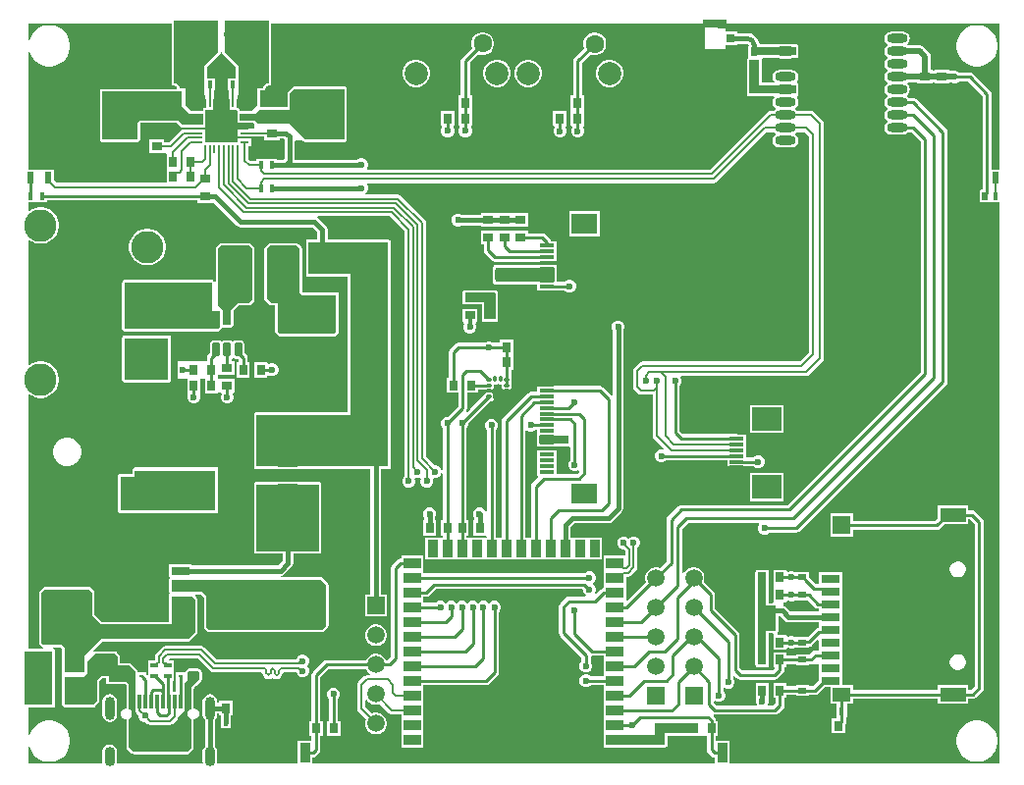
<source format=gtl>
G04*
G04 #@! TF.GenerationSoftware,Altium Limited,Altium Designer,23.6.0 (18)*
G04*
G04 Layer_Physical_Order=1*
G04 Layer_Color=255*
%FSLAX25Y25*%
%MOIN*%
G70*
G04*
G04 #@! TF.SameCoordinates,B1711246-A666-457E-9349-3D56B44E1F9A*
G04*
G04*
G04 #@! TF.FilePolarity,Positive*
G04*
G01*
G75*
%ADD11C,0.01000*%
%ADD17C,0.00600*%
%ADD19C,0.00800*%
%ADD20C,0.00700*%
%ADD34R,0.00906X0.01221*%
%ADD35R,0.04173X0.07165*%
%ADD36R,0.04921X0.01181*%
%ADD37R,0.09843X0.07874*%
%ADD38O,0.07087X0.03150*%
%ADD39R,0.02362X0.02126*%
%ADD40R,0.00787X0.03150*%
%ADD41R,0.03150X0.00787*%
%ADD42R,0.10630X0.10630*%
G04:AMPARAMS|DCode=43|XSize=17.72mil|YSize=13.78mil|CornerRadius=2.07mil|HoleSize=0mil|Usage=FLASHONLY|Rotation=0.000|XOffset=0mil|YOffset=0mil|HoleType=Round|Shape=RoundedRectangle|*
%AMROUNDEDRECTD43*
21,1,0.01772,0.00965,0,0,0.0*
21,1,0.01358,0.01378,0,0,0.0*
1,1,0.00413,0.00679,-0.00482*
1,1,0.00413,-0.00679,-0.00482*
1,1,0.00413,-0.00679,0.00482*
1,1,0.00413,0.00679,0.00482*
%
%ADD43ROUNDEDRECTD43*%
G04:AMPARAMS|DCode=44|XSize=17.72mil|YSize=13.78mil|CornerRadius=2.07mil|HoleSize=0mil|Usage=FLASHONLY|Rotation=90.000|XOffset=0mil|YOffset=0mil|HoleType=Round|Shape=RoundedRectangle|*
%AMROUNDEDRECTD44*
21,1,0.01772,0.00965,0,0,90.0*
21,1,0.01358,0.01378,0,0,90.0*
1,1,0.00413,0.00482,0.00679*
1,1,0.00413,0.00482,-0.00679*
1,1,0.00413,-0.00482,-0.00679*
1,1,0.00413,-0.00482,0.00679*
%
%ADD44ROUNDEDRECTD44*%
%ADD45R,0.01800X0.02500*%
%ADD46R,0.06299X0.13780*%
%ADD47R,0.03500X0.03000*%
%ADD48R,0.13780X0.09252*%
%ADD49R,0.03000X0.03500*%
%ADD50R,0.03228X0.03622*%
%ADD51R,0.05512X0.07165*%
%ADD52R,0.07874X0.03150*%
%ADD53R,0.03150X0.03150*%
%ADD54R,0.03150X0.03150*%
%ADD55R,0.06693X0.09843*%
%ADD56R,0.05906X0.02559*%
%ADD57R,0.01457X0.01063*%
%ADD58R,0.02500X0.01800*%
%ADD59R,0.01181X0.04724*%
%ADD60R,0.02362X0.04724*%
%ADD61R,0.14567X0.14567*%
%ADD62R,0.05906X0.03543*%
%ADD63R,0.03543X0.05906*%
%ADD64R,0.03228X0.06772*%
%ADD65R,0.02598X0.02165*%
%ADD66R,0.05906X0.06299*%
%ADD67R,0.06299X0.02756*%
%ADD68R,0.05906X0.04724*%
%ADD69R,0.08661X0.04724*%
G04:AMPARAMS|DCode=70|XSize=47.24mil|YSize=23.62mil|CornerRadius=2.95mil|HoleSize=0mil|Usage=FLASHONLY|Rotation=270.000|XOffset=0mil|YOffset=0mil|HoleType=Round|Shape=RoundedRectangle|*
%AMROUNDEDRECTD70*
21,1,0.04724,0.01772,0,0,270.0*
21,1,0.04134,0.02362,0,0,270.0*
1,1,0.00591,-0.00886,-0.02067*
1,1,0.00591,-0.00886,0.02067*
1,1,0.00591,0.00886,0.02067*
1,1,0.00591,0.00886,-0.02067*
%
%ADD70ROUNDEDRECTD70*%
%ADD71R,0.07480X0.10236*%
%ADD72R,0.09449X0.11024*%
%ADD73R,0.01968X0.03937*%
%ADD74R,0.08661X0.07087*%
%ADD75R,0.05118X0.01181*%
%ADD136C,0.01500*%
%ADD137C,0.02000*%
%ADD138C,0.01200*%
%ADD139R,0.03200X0.11728*%
%ADD140R,0.15350X0.03150*%
%ADD141R,0.13215X0.00775*%
%ADD142R,0.08289X0.00775*%
%ADD143R,0.09957X0.03150*%
%ADD144R,0.02259X0.02687*%
%ADD145R,0.27124X0.11024*%
%ADD146R,0.13000X0.76478*%
%ADD147R,0.03500X0.07422*%
%ADD148R,0.14750X0.03500*%
%ADD149R,0.44800X0.17787*%
%ADD150R,0.21300X0.22847*%
%ADD151R,0.09554X0.18183*%
%ADD152R,0.19874X0.03543*%
%ADD153R,0.03000X0.31458*%
%ADD154R,0.02598X0.05901*%
%ADD155R,0.06200X0.08600*%
%ADD156R,0.10450X0.03311*%
%ADD157R,0.03854X0.09145*%
%ADD158R,0.20176X0.04900*%
%ADD159R,0.15000X0.14300*%
%ADD160R,0.27350X0.13787*%
%ADD161R,0.32350X0.11700*%
%ADD162C,0.05906*%
%ADD163R,0.05906X0.05906*%
%ADD164O,0.03543X0.06693*%
%ADD165O,0.03543X0.07874*%
%ADD166C,0.07874*%
%ADD167C,0.06299*%
%ADD168R,0.07874X0.07874*%
%ADD169R,0.05906X0.11811*%
%ADD170R,0.11811X0.05906*%
%ADD171C,0.11024*%
%ADD172C,0.02362*%
G36*
X51284Y233357D02*
X51346Y233045D01*
X51523Y232780D01*
X51788Y232603D01*
X52100Y232541D01*
X52325D01*
X52494Y232524D01*
X52839Y232381D01*
X53075Y232146D01*
X53170Y231916D01*
X53049Y231641D01*
X52835Y231440D01*
X52769Y231416D01*
X27800D01*
X27488Y231354D01*
X27223Y231177D01*
X27046Y230912D01*
X26984Y230600D01*
Y214253D01*
X27046Y213941D01*
X27223Y213676D01*
X27488Y213499D01*
X27800Y213437D01*
X39800D01*
X40112Y213499D01*
X40377Y213676D01*
X40554Y213941D01*
X40616Y214253D01*
Y219762D01*
X40787Y219933D01*
X53062D01*
X54382Y218613D01*
X54647Y218436D01*
X54959Y218374D01*
X54959Y218374D01*
X62763D01*
Y219111D01*
X62779Y219190D01*
Y223098D01*
X62763Y223177D01*
Y223835D01*
X62779Y223914D01*
Y224264D01*
X63131D01*
X63210Y224280D01*
X65519D01*
Y225921D01*
X65644Y226108D01*
X65753Y226654D01*
Y230986D01*
X66025D01*
Y235086D01*
X63291D01*
Y238737D01*
X67776Y243222D01*
X67953Y243487D01*
X68015Y243799D01*
X68015Y243799D01*
X68510Y243799D01*
X68572Y243487D01*
X68748Y243222D01*
X68748Y243222D01*
X73233Y238737D01*
Y235086D01*
X70499D01*
Y230986D01*
X70772D01*
Y226654D01*
X70880Y226108D01*
X71005Y225921D01*
Y224280D01*
X73314D01*
X73393Y224264D01*
X73433D01*
X73750Y223843D01*
X73761Y223804D01*
Y223122D01*
X73757Y223098D01*
Y220761D01*
X73761Y220738D01*
Y219949D01*
X74557D01*
X74572Y219946D01*
X78448D01*
X78511Y219933D01*
X79069D01*
X79524Y219479D01*
X79524Y217957D01*
X79424Y217857D01*
X79029Y217846D01*
X76136D01*
X75590Y217737D01*
X75403Y217612D01*
X73761D01*
Y215224D01*
X75230D01*
X75383Y214883D01*
X75371Y214672D01*
X75148Y214462D01*
X73761D01*
Y213281D01*
X62763D01*
Y217612D01*
X61122D01*
X60934Y217737D01*
X60388Y217846D01*
X55468D01*
X55468Y217846D01*
X54921Y217737D01*
X54458Y217427D01*
X54458Y217427D01*
X50458Y213427D01*
X48850D01*
Y214300D01*
X43750D01*
Y209700D01*
X49401D01*
X49600Y209282D01*
Y204182D01*
Y199460D01*
X12275D01*
X11284Y200450D01*
Y203969D01*
X7858D01*
X7716Y203969D01*
X7359D01*
X7216Y203969D01*
X5879D01*
X5736Y203969D01*
X5379D01*
X5236Y203969D01*
X2600D01*
Y244034D01*
X3100Y244083D01*
X3112Y244021D01*
X3640Y242748D01*
X4406Y241601D01*
X5381Y240626D01*
X6527Y239860D01*
X7801Y239333D01*
X9153Y239064D01*
X10532D01*
X11884Y239333D01*
X13158Y239860D01*
X14304Y240626D01*
X15279Y241601D01*
X16045Y242748D01*
X16573Y244021D01*
X16842Y245374D01*
Y246752D01*
X16573Y248105D01*
X16045Y249378D01*
X15279Y250525D01*
X14304Y251500D01*
X13158Y252266D01*
X11884Y252793D01*
X10532Y253062D01*
X9153D01*
X7801Y252793D01*
X6527Y252266D01*
X5381Y251500D01*
X4406Y250525D01*
X3640Y249378D01*
X3112Y248105D01*
X3100Y248043D01*
X2600Y248092D01*
Y253600D01*
X51284D01*
Y233357D01*
D02*
G37*
G36*
X326671Y229058D02*
Y197253D01*
X326453D01*
X326141Y197191D01*
X325930Y197050D01*
X325653D01*
Y196516D01*
X325637Y196437D01*
Y193750D01*
X325653Y193671D01*
Y192950D01*
X326374D01*
X326453Y192934D01*
X328711D01*
X329053Y192950D01*
X329353D01*
X329353Y192950D01*
X332400D01*
Y2300D01*
X240707D01*
Y10006D01*
X236129D01*
Y11671D01*
X236900D01*
Y16770D01*
X236129D01*
Y16916D01*
X236013Y17501D01*
X235682Y17998D01*
X235330Y18349D01*
X235577Y18810D01*
X235669Y18791D01*
X256221D01*
X256806Y18907D01*
X257302Y19239D01*
X258981Y20919D01*
X259313Y21415D01*
X259429Y22000D01*
Y24529D01*
X260200D01*
Y25549D01*
X263428D01*
Y25196D01*
X267627D01*
Y25549D01*
X269875D01*
X270460Y25666D01*
X270956Y25997D01*
X273206Y28247D01*
X275177D01*
Y22539D01*
X276961D01*
X277230Y22150D01*
Y18050D01*
X276989Y17650D01*
X275480D01*
Y12550D01*
X280080D01*
Y15521D01*
X280343Y15915D01*
X280459Y16500D01*
Y18050D01*
X280630D01*
Y22150D01*
X280899Y22539D01*
X282683D01*
Y24171D01*
X311595D01*
Y22539D01*
X321856D01*
Y24171D01*
X323280D01*
X323865Y24288D01*
X324361Y24619D01*
X326671Y26930D01*
X327003Y27426D01*
X327119Y28011D01*
Y84294D01*
X327003Y84879D01*
X326671Y85375D01*
X324240Y87806D01*
X323744Y88137D01*
X323159Y88254D01*
X321856D01*
Y89887D01*
X311595D01*
Y85725D01*
X310580Y84711D01*
X282683D01*
Y87131D01*
X275177D01*
Y79232D01*
X282683D01*
Y81652D01*
X311213D01*
X311799Y81768D01*
X312295Y82100D01*
X313757Y83562D01*
X321856D01*
Y85195D01*
X322526D01*
X324060Y83660D01*
Y28645D01*
X322646Y27230D01*
X321856D01*
Y28863D01*
X311595D01*
Y27230D01*
X282683D01*
Y28863D01*
X278943D01*
Y32578D01*
Y36909D01*
Y41239D01*
Y45570D01*
Y49901D01*
Y54232D01*
Y58562D01*
Y62893D01*
Y67249D01*
X271043D01*
Y63125D01*
X270030D01*
X267753Y65402D01*
X267740Y65467D01*
X267627Y65636D01*
Y67347D01*
X263428D01*
Y67347D01*
X262949Y67314D01*
X262148Y67646D01*
X261280D01*
X260700Y67405D01*
X260200Y67689D01*
Y68015D01*
X255600D01*
Y62915D01*
X255600Y62915D01*
Y62902D01*
X255600D01*
X255600Y62415D01*
Y57006D01*
X255228Y56697D01*
X254216D01*
Y67215D01*
X254200Y67293D01*
Y68015D01*
X253479D01*
X253400Y68030D01*
X250400D01*
X250321Y68015D01*
X249600D01*
Y67293D01*
X249584Y67215D01*
Y55881D01*
Y47281D01*
Y35757D01*
X249600Y35678D01*
Y34957D01*
X250321D01*
X250400Y34941D01*
X253400D01*
X253479Y34957D01*
X254200D01*
Y35678D01*
X254216Y35757D01*
Y46466D01*
X255596D01*
X255600Y45967D01*
X255600D01*
Y40867D01*
X260200D01*
Y41193D01*
X260700Y41477D01*
X261280Y41236D01*
X262148D01*
X262949Y41568D01*
X263428Y41535D01*
Y41535D01*
X267627D01*
Y41926D01*
X267741D01*
X268326Y42042D01*
X268823Y42374D01*
X270582Y44133D01*
X271043Y43941D01*
Y40616D01*
X269987D01*
X269401Y40500D01*
X268905Y40168D01*
X268127Y39390D01*
X267627Y39390D01*
Y39390D01*
X263428D01*
Y39037D01*
X260200D01*
Y40057D01*
X255600D01*
Y34957D01*
X255948D01*
X256155Y34457D01*
X255527Y33829D01*
X244972D01*
X244129Y34672D01*
Y45973D01*
X244013Y46558D01*
X243681Y47054D01*
X235895Y54841D01*
Y59534D01*
X235779Y60120D01*
X235447Y60616D01*
X232040Y64023D01*
X232253Y64819D01*
Y65781D01*
X232004Y66710D01*
X231523Y67543D01*
X230843Y68223D01*
X230010Y68704D01*
X229081Y68953D01*
X228119D01*
X227190Y68704D01*
X226357Y68223D01*
X225677Y67543D01*
X225476Y67194D01*
X224827Y67070D01*
X224736Y67141D01*
Y82000D01*
X226707Y83971D01*
X250733D01*
X250924Y83509D01*
X250851Y83435D01*
X250519Y82634D01*
Y81766D01*
X250851Y80964D01*
X251465Y80351D01*
X252266Y80019D01*
X253134D01*
X253936Y80351D01*
X254255Y80671D01*
X263470D01*
X264055Y80787D01*
X264551Y81119D01*
X314314Y130881D01*
X314646Y131377D01*
X314762Y131963D01*
Y216736D01*
X314646Y217321D01*
X314314Y217817D01*
X304176Y227955D01*
X303680Y228287D01*
X303094Y228403D01*
X301488D01*
X301366Y228586D01*
X301062Y228789D01*
Y229289D01*
X301366Y229492D01*
X301891Y230278D01*
X302075Y231204D01*
X301891Y232131D01*
X301366Y232916D01*
X301247Y232996D01*
X301399Y233496D01*
X304550D01*
Y233235D01*
X309650D01*
Y233496D01*
X310350D01*
Y233235D01*
X315450D01*
Y233496D01*
X316323D01*
X316666Y233354D01*
X317534D01*
X318336Y233686D01*
X318655Y234006D01*
X321724D01*
X326671Y229058D01*
D02*
G37*
G36*
X84424Y233357D02*
X84159D01*
X83830Y233324D01*
X83223Y233073D01*
X82758Y232608D01*
X82507Y232001D01*
X82474Y231672D01*
X80524D01*
Y225900D01*
X78551Y223927D01*
X78488Y223914D01*
X74572D01*
X74561Y223923D01*
Y224784D01*
X74266Y225079D01*
X73393D01*
Y225921D01*
X73518Y226108D01*
X73627Y226654D01*
Y229046D01*
X74049Y229468D01*
Y239075D01*
X69325Y243799D01*
Y254500D01*
X84424D01*
Y233357D01*
D02*
G37*
G36*
X67199Y243799D02*
X62475Y239075D01*
Y229468D01*
X62898Y229046D01*
Y226654D01*
X63006Y226108D01*
X63131Y225921D01*
Y225079D01*
X62258D01*
X61963Y224784D01*
Y223914D01*
X58037D01*
X57973Y223927D01*
X56000Y225900D01*
Y231672D01*
X54050D01*
X54018Y232001D01*
X53766Y232608D01*
X53301Y233073D01*
X52694Y233324D01*
X52365Y233357D01*
X52100D01*
Y254500D01*
X67199D01*
Y243799D01*
D02*
G37*
G36*
X110100Y214253D02*
X96872D01*
X91482Y219642D01*
X80857D01*
X79751Y220749D01*
X78511D01*
Y220761D01*
X74572D01*
Y223098D01*
X78511D01*
Y223098D01*
X78551Y223111D01*
X79711D01*
X81000Y224400D01*
X91540D01*
Y229840D01*
X93100Y231400D01*
X110100D01*
Y214253D01*
D02*
G37*
G36*
X54900Y225500D02*
X57289Y223111D01*
X57973D01*
X58013Y223098D01*
Y223098D01*
X61963D01*
Y219190D01*
X54959D01*
X53400Y220749D01*
X40449D01*
X39800Y220100D01*
Y214253D01*
X27800D01*
Y230600D01*
X54900D01*
Y225500D01*
D02*
G37*
G36*
X82850Y214118D02*
X87950D01*
Y214634D01*
X89498D01*
X89698Y214434D01*
Y207853D01*
X89261Y207417D01*
X87100D01*
Y207682D01*
X83900D01*
X83700Y207682D01*
Y207682D01*
X83400D01*
Y207682D01*
X80000D01*
Y207060D01*
X78204D01*
X77564Y207700D01*
Y212075D01*
X78511D01*
Y214462D01*
X77341D01*
X77320Y214491D01*
X77571Y214991D01*
X82850D01*
Y214118D01*
D02*
G37*
G36*
X332400Y203969D02*
X329730D01*
Y229692D01*
X329614Y230277D01*
X329282Y230773D01*
X323439Y236616D01*
X322942Y236948D01*
X322357Y237065D01*
X318655D01*
X318336Y237384D01*
X317534Y237716D01*
X316666D01*
X316323Y237574D01*
X315450D01*
Y237835D01*
X310350D01*
Y237574D01*
X309650D01*
Y237835D01*
X309139D01*
Y242446D01*
X308984Y243227D01*
X308542Y243888D01*
X306792Y245638D01*
X306130Y246080D01*
X305350Y246236D01*
X301399D01*
X301247Y246736D01*
X301366Y246815D01*
X301891Y247601D01*
X302075Y248527D01*
X301891Y249454D01*
X301366Y250239D01*
X300581Y250764D01*
X299654Y250949D01*
X295717D01*
X294790Y250764D01*
X294005Y250239D01*
X293480Y249454D01*
X293296Y248527D01*
X293480Y247601D01*
X294005Y246815D01*
X294309Y246612D01*
Y246112D01*
X294005Y245909D01*
X293480Y245123D01*
X293296Y244197D01*
X293480Y243270D01*
X294005Y242484D01*
X294309Y242281D01*
Y241781D01*
X294005Y241578D01*
X293480Y240792D01*
X293296Y239866D01*
X293480Y238939D01*
X294005Y238154D01*
X294309Y237950D01*
Y237450D01*
X294005Y237247D01*
X293480Y236462D01*
X293296Y235535D01*
X293480Y234609D01*
X294005Y233823D01*
X294309Y233620D01*
Y233120D01*
X294005Y232916D01*
X293480Y232131D01*
X293296Y231204D01*
X293480Y230278D01*
X294005Y229492D01*
X294309Y229289D01*
Y228789D01*
X294005Y228586D01*
X293480Y227800D01*
X293296Y226874D01*
X293480Y225947D01*
X294005Y225162D01*
X294309Y224958D01*
Y224458D01*
X294005Y224255D01*
X293480Y223470D01*
X293296Y222543D01*
X293480Y221616D01*
X294005Y220831D01*
X294309Y220628D01*
Y220128D01*
X294005Y219924D01*
X293480Y219139D01*
X293296Y218212D01*
X293480Y217286D01*
X294005Y216500D01*
X294790Y215975D01*
X295717Y215791D01*
X299654D01*
X300581Y215975D01*
X301366Y216500D01*
X301488Y216683D01*
X302460D01*
X305624Y213519D01*
Y135316D01*
X260384Y90076D01*
X224433D01*
X223848Y89960D01*
X223351Y89628D01*
X219878Y86155D01*
X219547Y85659D01*
X219430Y85074D01*
Y70993D01*
X217177Y68739D01*
X216381Y68953D01*
X215419D01*
X214490Y68704D01*
X213657Y68223D01*
X212977Y67543D01*
X212496Y66710D01*
X212247Y65781D01*
Y64819D01*
X212460Y64023D01*
X206179Y57742D01*
X205682Y57952D01*
Y62749D01*
Y65695D01*
X206445D01*
X206952Y65796D01*
X207382Y66083D01*
X209182Y67883D01*
X209469Y68313D01*
X209570Y68820D01*
Y75471D01*
X210094Y75995D01*
X210426Y76797D01*
Y77664D01*
X210094Y78466D01*
X209480Y79079D01*
X208679Y79411D01*
X207811D01*
X207009Y79079D01*
X206564Y78634D01*
X206118Y79079D01*
X205316Y79411D01*
X204449D01*
X203647Y79079D01*
X203033Y78466D01*
X202701Y77664D01*
Y76797D01*
X203033Y75995D01*
X203647Y75381D01*
X204449Y75049D01*
X204838D01*
X205319Y74568D01*
Y72892D01*
X198177D01*
Y67749D01*
Y61850D01*
X198100D01*
X197515Y61733D01*
X197019Y61402D01*
X195422Y59806D01*
X195038Y60085D01*
X195370Y60887D01*
Y61754D01*
X195038Y62556D01*
X194594Y63000D01*
X194479Y63320D01*
X194594Y63641D01*
X195038Y64085D01*
X195370Y64887D01*
Y65754D01*
X195038Y66556D01*
X194424Y67169D01*
X193623Y67502D01*
X192755D01*
X191954Y67169D01*
X191634Y66850D01*
X136784D01*
Y72892D01*
X129279D01*
Y71850D01*
X128937D01*
X128352Y71733D01*
X127856Y71402D01*
X126273Y69819D01*
X125941Y69323D01*
X125825Y68737D01*
Y38541D01*
X124633Y37350D01*
X124035D01*
X123623Y38063D01*
X122943Y38743D01*
X122110Y39224D01*
X121181Y39473D01*
X120219D01*
X119290Y39224D01*
X118457Y38743D01*
X117777Y38063D01*
X117365Y37350D01*
X103949D01*
X103363Y37233D01*
X102867Y36902D01*
X99279Y33314D01*
X98948Y32818D01*
X98831Y32232D01*
Y16770D01*
X98061D01*
Y11671D01*
X98831D01*
Y10006D01*
X94254D01*
Y2300D01*
X67167D01*
X66850Y2686D01*
X66927Y3075D01*
Y6225D01*
X66735Y7189D01*
X66191Y8003D01*
Y17163D01*
X66735Y17977D01*
X66927Y18941D01*
Y19322D01*
X67500D01*
Y18556D01*
X68016D01*
Y16385D01*
X68100Y15961D01*
Y14335D01*
X71500D01*
Y15961D01*
X71584Y16385D01*
Y18556D01*
X72100D01*
Y23656D01*
X67500D01*
Y22891D01*
X66927D01*
Y23272D01*
X66735Y24236D01*
X66189Y25054D01*
X65372Y25600D01*
X64407Y25792D01*
X63443Y25600D01*
X62625Y25054D01*
X62079Y24236D01*
X61887Y23272D01*
Y18941D01*
X62079Y17977D01*
X62623Y17163D01*
Y8003D01*
X62079Y7189D01*
X61887Y6225D01*
Y3075D01*
X61964Y2686D01*
X61647Y2300D01*
X33112D01*
X32795Y2686D01*
X32872Y3075D01*
Y6225D01*
X32680Y7189D01*
X32134Y8006D01*
X31316Y8553D01*
X30352Y8745D01*
X29388Y8553D01*
X28570Y8006D01*
X28024Y7189D01*
X27832Y6225D01*
Y3075D01*
X27909Y2686D01*
X27592Y2300D01*
X2600D01*
Y7813D01*
X3100Y7863D01*
X3112Y7801D01*
X3640Y6527D01*
X4406Y5381D01*
X5381Y4406D01*
X6527Y3640D01*
X7801Y3112D01*
X9153Y2843D01*
X10532D01*
X11884Y3112D01*
X13158Y3640D01*
X14304Y4406D01*
X15279Y5381D01*
X16045Y6527D01*
X16573Y7801D01*
X16842Y9153D01*
Y10532D01*
X16573Y11884D01*
X16045Y13158D01*
X15279Y14304D01*
X14304Y15279D01*
X13158Y16045D01*
X11884Y16573D01*
X10532Y16842D01*
X9153D01*
X7801Y16573D01*
X6527Y16045D01*
X5381Y15279D01*
X4406Y14304D01*
X3640Y13158D01*
X3112Y11884D01*
X3100Y11822D01*
X2600Y11872D01*
Y21384D01*
X11033D01*
X11346Y21446D01*
X11610Y21623D01*
X11787Y21888D01*
X11849Y22200D01*
Y40383D01*
X11787Y40695D01*
X11610Y40959D01*
X11346Y41136D01*
X11104Y41184D01*
X11153Y41684D01*
X13662D01*
X14183Y41164D01*
Y33217D01*
X14198Y33138D01*
Y32417D01*
X14198D01*
X14209Y31917D01*
X14198Y31861D01*
Y31781D01*
X14183Y31702D01*
X14183Y23914D01*
Y22667D01*
X14245Y22355D01*
X14422Y22090D01*
X14422Y22090D01*
X14888Y21623D01*
X15153Y21446D01*
X15465Y21384D01*
X15465Y21384D01*
X24821D01*
X24821Y21384D01*
X25133Y21446D01*
X25398Y21623D01*
X25398Y21623D01*
X26577Y22802D01*
X26577Y22803D01*
X26754Y23067D01*
X26816Y23379D01*
X26816Y23379D01*
X26816Y30235D01*
X27716Y31135D01*
X27716Y31135D01*
X27862Y31282D01*
X27862Y31282D01*
X27862Y31282D01*
X29099D01*
Y29277D01*
X29951D01*
X30030Y29261D01*
X30110D01*
X30110Y29261D01*
X35585D01*
X35585Y29261D01*
X35934Y28912D01*
Y28912D01*
X35934Y28912D01*
Y26513D01*
X35947Y26449D01*
Y21058D01*
X35620D01*
X34914Y20766D01*
X34374Y20226D01*
X34081Y19520D01*
Y18756D01*
X34374Y18050D01*
X34914Y17510D01*
X35620Y17217D01*
X35934D01*
Y8077D01*
X35950Y7998D01*
X35950Y7917D01*
X35964Y7843D01*
X35995Y7769D01*
X35996Y7764D01*
X35999Y7760D01*
X36052Y7632D01*
X36053Y7627D01*
X36055Y7623D01*
X36086Y7549D01*
X36128Y7486D01*
X36185Y7429D01*
X36230Y7363D01*
X37888Y5705D01*
X37955Y5660D01*
X38011Y5603D01*
X38074Y5561D01*
X38148Y5530D01*
X38152Y5528D01*
X38157Y5527D01*
X38285Y5474D01*
X38289Y5471D01*
X38294Y5470D01*
X38368Y5439D01*
X38442Y5424D01*
X38523Y5424D01*
X38602Y5409D01*
X56676D01*
X56755Y5424D01*
X56836Y5424D01*
X56910Y5439D01*
X56984Y5470D01*
X56989Y5471D01*
X56992Y5474D01*
X57121Y5527D01*
X57126Y5528D01*
X57130Y5530D01*
X57204Y5561D01*
X57267Y5603D01*
X57323Y5660D01*
X57390Y5705D01*
X58529Y6844D01*
X58574Y6910D01*
X58631Y6967D01*
X58673Y7030D01*
X58704Y7104D01*
X58706Y7108D01*
X58707Y7113D01*
X58760Y7242D01*
X58763Y7245D01*
X58764Y7250D01*
X58795Y7324D01*
X58809Y7398D01*
X58809Y7479D01*
X58825Y7558D01*
Y17217D01*
X59140D01*
X59845Y17510D01*
X60386Y18050D01*
X60678Y18756D01*
Y19520D01*
X60386Y20226D01*
X59845Y20766D01*
X59140Y21058D01*
X58812D01*
Y26449D01*
X58825Y26513D01*
Y27616D01*
X58825Y27616D01*
X59018Y27810D01*
X59063Y27876D01*
X59120Y27933D01*
X59207Y28064D01*
X59238Y28138D01*
X59283Y28205D01*
X59302Y28250D01*
X59686Y28634D01*
X59731Y28653D01*
X59797Y28698D01*
X59872Y28728D01*
X60003Y28816D01*
X60059Y28873D01*
X60126Y28917D01*
X61420Y30211D01*
X61465Y30278D01*
X61521Y30335D01*
X61563Y30398D01*
X61594Y30472D01*
X61597Y30476D01*
X61598Y30480D01*
X61651Y30609D01*
X61654Y30613D01*
X61655Y30617D01*
X61685Y30691D01*
X61700Y30766D01*
X61700Y30846D01*
X61716Y30925D01*
Y33062D01*
X61700Y33140D01*
Y33221D01*
X61685Y33295D01*
X61655Y33369D01*
X61654Y33374D01*
X61651Y33378D01*
X61598Y33506D01*
X61597Y33511D01*
X61594Y33515D01*
X61563Y33589D01*
X61521Y33652D01*
X61465Y33709D01*
X61420Y33775D01*
X60975Y34220D01*
X60909Y34265D01*
X60852Y34321D01*
X60789Y34363D01*
X60715Y34394D01*
X60711Y34397D01*
X60706Y34398D01*
X60578Y34451D01*
X60574Y34454D01*
X60569Y34455D01*
X60495Y34485D01*
X60421Y34500D01*
X60340Y34500D01*
X60261Y34516D01*
X57499D01*
X57420Y34500D01*
X57340Y34500D01*
X57266Y34485D01*
X57192Y34455D01*
X57187Y34454D01*
X57183Y34451D01*
X57055Y34398D01*
X57050Y34397D01*
X57046Y34394D01*
X56972Y34363D01*
X56909Y34321D01*
X56852Y34265D01*
X56785Y34220D01*
X56355Y33790D01*
X56310Y33723D01*
X56254Y33666D01*
X56197Y33581D01*
X56166Y33507D01*
X56151Y33485D01*
X55798Y33132D01*
X54976D01*
X54855Y33213D01*
X54269Y33329D01*
X53684Y33213D01*
X53562Y33132D01*
X52741D01*
Y31805D01*
X52740Y31800D01*
Y26513D01*
X51771D01*
Y30150D01*
X52050D01*
Y33350D01*
X52050Y33850D01*
X52050Y34050D01*
Y37250D01*
X50793D01*
X50528Y37750D01*
X50636Y37910D01*
X60316D01*
X64544Y33682D01*
X64974Y33394D01*
X65481Y33293D01*
X81917D01*
X82197Y32909D01*
D01*
X82352Y32129D01*
X82794Y31467D01*
X83455Y31025D01*
X84236Y30870D01*
X85016Y31025D01*
X85636Y31439D01*
X86256Y31025D01*
X87036Y30870D01*
X87816Y31025D01*
X88478Y31467D01*
X88920Y32129D01*
X89075Y32909D01*
D01*
X89355Y33293D01*
X93623D01*
X93951Y32502D01*
X94564Y31889D01*
X95366Y31557D01*
X96234D01*
X97035Y31889D01*
X97649Y32502D01*
X97981Y33304D01*
Y34172D01*
X97649Y34973D01*
X97203Y35419D01*
X97649Y35864D01*
X97981Y36666D01*
Y37534D01*
X97649Y38335D01*
X97035Y38949D01*
X96234Y39281D01*
X95366D01*
X94564Y38949D01*
X93951Y38335D01*
X93623Y37544D01*
X66693D01*
X62464Y41773D01*
X62034Y42060D01*
X61527Y42161D01*
X49115D01*
X48608Y42060D01*
X48178Y41773D01*
X45999Y39594D01*
X45712Y39164D01*
X45611Y38657D01*
Y37384D01*
X45565Y37375D01*
X45379Y37250D01*
X43422D01*
Y34050D01*
X43422Y33550D01*
X43422Y33350D01*
Y32471D01*
X42961Y32280D01*
X42609Y32631D01*
Y33132D01*
X41969D01*
X41894Y33182D01*
X41309Y33298D01*
X40723Y33182D01*
X40649Y33132D01*
X40336D01*
X39912Y33395D01*
X39897Y33469D01*
X39866Y33543D01*
X39865Y33548D01*
X39863Y33552D01*
X39810Y33680D01*
X39809Y33685D01*
X39806Y33689D01*
X39775Y33763D01*
X39733Y33826D01*
X39676Y33883D01*
X39632Y33949D01*
X37511Y36070D01*
X37444Y36115D01*
X37388Y36171D01*
X37325Y36213D01*
X37251Y36244D01*
X37247Y36247D01*
X37242Y36248D01*
X37113Y36301D01*
X37110Y36304D01*
X37105Y36305D01*
X37031Y36335D01*
X36957Y36350D01*
X36876Y36350D01*
X36797Y36366D01*
X33886D01*
Y38443D01*
X33871Y38522D01*
Y38602D01*
X33856Y38677D01*
X33825Y38751D01*
X33824Y38755D01*
X33821Y38759D01*
X33768Y38888D01*
X33767Y38892D01*
X33765Y38896D01*
X33734Y38971D01*
X33692Y39033D01*
X33635Y39090D01*
X33590Y39157D01*
X32728Y40020D01*
X32661Y40065D01*
X32604Y40121D01*
X32541Y40163D01*
X32467Y40194D01*
X32463Y40197D01*
X32458Y40198D01*
X32330Y40251D01*
X32326Y40254D01*
X32321Y40255D01*
X32247Y40285D01*
X32173Y40300D01*
X32092Y40300D01*
X32014Y40316D01*
X25480D01*
X25401Y40300D01*
X25321Y40300D01*
X25247Y40285D01*
X25173Y40255D01*
X25168Y40254D01*
X25164Y40251D01*
X25036Y40198D01*
X25031Y40197D01*
X25027Y40194D01*
X24953Y40163D01*
X24890Y40121D01*
X24884Y40125D01*
X24795Y40743D01*
X27836Y43784D01*
X57200D01*
X57200Y43784D01*
X57512Y43846D01*
X57777Y44023D01*
X57777Y44023D01*
X59877Y46123D01*
X60054Y46388D01*
X60116Y46700D01*
X60116Y46700D01*
Y58000D01*
X60054Y58312D01*
X59877Y58577D01*
X59877Y58577D01*
X59269Y59184D01*
X59476Y59684D01*
X61362D01*
X62284Y58762D01*
Y48600D01*
X62346Y48288D01*
X62523Y48023D01*
X62523Y48023D01*
X63423Y47123D01*
X63688Y46946D01*
X64000Y46884D01*
X64000Y46884D01*
X102400D01*
X102400Y46884D01*
X102712Y46946D01*
X102977Y47123D01*
X104377Y48523D01*
X104554Y48788D01*
X104616Y49100D01*
X104616Y49100D01*
Y62900D01*
X104554Y63212D01*
X104377Y63477D01*
X104377Y63477D01*
X102577Y65277D01*
X102312Y65454D01*
X102000Y65516D01*
X102000Y65516D01*
X88533D01*
X88483Y66016D01*
X88996Y66118D01*
X89575Y66505D01*
X92162Y69091D01*
X92549Y69670D01*
X92684Y70353D01*
X92684Y70353D01*
Y73458D01*
X101400D01*
X101712Y73520D01*
X101977Y73697D01*
X102154Y73962D01*
X102216Y74274D01*
Y97121D01*
X102154Y97433D01*
X101977Y97698D01*
X101712Y97875D01*
X101400Y97937D01*
X80100D01*
X79788Y97875D01*
X79523Y97698D01*
X79346Y97433D01*
X79284Y97121D01*
Y74274D01*
X79346Y73962D01*
X79523Y73697D01*
X79788Y73520D01*
X80100Y73458D01*
X89116D01*
Y71092D01*
X87574Y69550D01*
X58083D01*
Y69846D01*
X50578D01*
Y65714D01*
X50578Y65687D01*
X50636Y65589D01*
X50728Y65298D01*
X50578Y64846D01*
X50578D01*
Y60687D01*
X50578D01*
X50584Y60500D01*
X50589Y60478D01*
X50604Y60195D01*
X50578Y59846D01*
X50578Y59846D01*
X50578Y59846D01*
Y59124D01*
X50562Y59046D01*
Y54250D01*
X50550D01*
Y50416D01*
X27838Y50416D01*
X25216Y53038D01*
X25216Y60300D01*
X25154Y60612D01*
X24977Y60877D01*
X24977Y60877D01*
X23877Y61977D01*
X23612Y62154D01*
X23300Y62216D01*
X23300Y62216D01*
X8300D01*
X7988Y62154D01*
X7723Y61977D01*
X7723Y61977D01*
X6623Y60877D01*
X6446Y60612D01*
X6384Y60300D01*
X6384Y60300D01*
Y43200D01*
X6384Y43200D01*
X6446Y42888D01*
X6623Y42623D01*
X7323Y41923D01*
X7588Y41746D01*
X7829Y41698D01*
X7780Y41198D01*
X2600D01*
Y127477D01*
X3100Y127701D01*
X3948Y127135D01*
X5078Y126666D01*
X6278Y126428D01*
X7502D01*
X8702Y126666D01*
X9832Y127135D01*
X10850Y127814D01*
X11715Y128680D01*
X12395Y129697D01*
X12863Y130827D01*
X13102Y132028D01*
Y133251D01*
X12863Y134451D01*
X12395Y135582D01*
X11715Y136599D01*
X10850Y137464D01*
X9832Y138144D01*
X8702Y138612D01*
X7502Y138851D01*
X6278D01*
X5078Y138612D01*
X3948Y138144D01*
X3100Y137578D01*
X2600Y137802D01*
Y179839D01*
X3100Y180063D01*
X3948Y179497D01*
X5078Y179028D01*
X6278Y178790D01*
X7502D01*
X8702Y179028D01*
X9832Y179497D01*
X10850Y180176D01*
X11715Y181042D01*
X12395Y182059D01*
X12863Y183190D01*
X13102Y184390D01*
Y185613D01*
X12863Y186813D01*
X12395Y187944D01*
X11715Y188961D01*
X10850Y189827D01*
X9832Y190506D01*
X8702Y190975D01*
X7502Y191213D01*
X6278D01*
X5078Y190975D01*
X3948Y190506D01*
X3100Y189940D01*
X2600Y190164D01*
Y192950D01*
X5094D01*
X5595Y192950D01*
X5794Y192950D01*
X8995D01*
Y193471D01*
X60200D01*
Y192732D01*
X65300D01*
Y192732D01*
X65594Y192854D01*
X73471Y184976D01*
X74050Y184589D01*
X74733Y184453D01*
X74733Y184453D01*
X99161D01*
X100716Y182899D01*
Y180320D01*
X97776D01*
X97697Y180305D01*
X96976D01*
Y179584D01*
X96960Y179505D01*
Y168481D01*
X96976Y168402D01*
Y167681D01*
X97697D01*
X97776Y167665D01*
X111084D01*
Y121629D01*
X80100D01*
X79788Y121567D01*
X79523Y121390D01*
X79346Y121125D01*
X79284Y120813D01*
Y103027D01*
X79346Y102715D01*
X79523Y102450D01*
X79788Y102273D01*
X80100Y102211D01*
X118916D01*
Y59473D01*
X117047D01*
Y52168D01*
X124353D01*
Y59473D01*
X122484D01*
Y102211D01*
X124900D01*
X125212Y102273D01*
X125477Y102450D01*
X125654Y102715D01*
X125716Y103027D01*
Y179505D01*
X125654Y179817D01*
X125477Y180081D01*
X125212Y180258D01*
X124900Y180320D01*
X104284D01*
Y183638D01*
X104149Y184320D01*
X103762Y184899D01*
X103762Y184899D01*
X101162Y187499D01*
X100878Y187689D01*
X101030Y188189D01*
X125350D01*
X130382Y183157D01*
Y99835D01*
X129960Y99414D01*
X129628Y98612D01*
Y97745D01*
X129960Y96943D01*
X130574Y96329D01*
X131375Y95997D01*
X132243D01*
X133045Y96329D01*
X133658Y96943D01*
X133990Y97745D01*
Y98612D01*
X133877Y98886D01*
X134260Y99269D01*
X134375Y99221D01*
X135243D01*
X135635Y99383D01*
X136018Y99000D01*
X135857Y98612D01*
Y97745D01*
X136189Y96943D01*
X136802Y96329D01*
X137604Y95997D01*
X138472D01*
X139273Y96329D01*
X139887Y96943D01*
X140219Y97745D01*
Y98612D01*
X140150Y98778D01*
X140236Y98938D01*
X140508Y99221D01*
X141255D01*
X142057Y99553D01*
X142670Y100166D01*
X142931Y100797D01*
X143431Y100697D01*
Y84870D01*
X142661D01*
Y79770D01*
X143431D01*
Y78995D01*
X137389D01*
Y71489D01*
X197532D01*
Y78995D01*
X186745D01*
Y82615D01*
X188006Y83876D01*
X199661D01*
X200343Y84012D01*
X200922Y84399D01*
X204200Y87677D01*
X204587Y88255D01*
X204722Y88938D01*
Y149300D01*
X204787Y149364D01*
X205119Y150166D01*
Y151034D01*
X204787Y151836D01*
X204174Y152449D01*
X203372Y152781D01*
X202504D01*
X201703Y152449D01*
X201089Y151836D01*
X200757Y151034D01*
Y150166D01*
X201089Y149364D01*
X201154Y149300D01*
Y127382D01*
X200654Y127175D01*
X197774Y130055D01*
X197278Y130386D01*
X196693Y130503D01*
X178802D01*
X178217Y130386D01*
X178183Y130364D01*
X175443D01*
Y128534D01*
X173354D01*
X172769Y128418D01*
X172273Y128086D01*
X163879Y119693D01*
X163548Y119196D01*
X163431Y118611D01*
Y78995D01*
X161517D01*
Y115607D01*
X161837Y115927D01*
X162169Y116728D01*
Y117596D01*
X161837Y118398D01*
X161223Y119011D01*
X160421Y119343D01*
X159554D01*
X158752Y119011D01*
X158138Y118398D01*
X157806Y117596D01*
Y116728D01*
X158138Y115927D01*
X158458Y115607D01*
Y87896D01*
X157958Y87797D01*
X157768Y88256D01*
X157154Y88870D01*
X156353Y89202D01*
X155485D01*
X154683Y88870D01*
X154070Y88256D01*
X153738Y87454D01*
Y86587D01*
X154070Y85785D01*
X154156Y85699D01*
Y84870D01*
X153661D01*
Y79770D01*
X158010D01*
X158296Y79285D01*
X158215Y79105D01*
X158105Y78995D01*
X151490D01*
Y79770D01*
X152261D01*
Y84870D01*
X151490D01*
Y116289D01*
X151810Y116609D01*
X152142Y117411D01*
Y117863D01*
X154887Y120608D01*
X154887Y120608D01*
X159620Y125340D01*
X159841D01*
X160234Y125419D01*
X160567Y125641D01*
X160790Y125974D01*
X160868Y126367D01*
Y127331D01*
X160790Y127724D01*
X160567Y128057D01*
X160234Y128280D01*
X159841Y128358D01*
X159266D01*
X159162Y128379D01*
X158965D01*
X158861Y128358D01*
X158483D01*
X158090Y128280D01*
X157757Y128057D01*
X157535Y127724D01*
X157499Y127546D01*
X152725Y122771D01*
X152725Y122771D01*
X151675Y121721D01*
X151286Y122040D01*
X151552Y122437D01*
X151668Y123023D01*
Y128236D01*
X155370D01*
Y129257D01*
X159162D01*
X159266Y129278D01*
X159841D01*
X160234Y129356D01*
X160567Y129578D01*
X160790Y129911D01*
X160868Y130304D01*
Y131108D01*
X161672D01*
X162065Y131186D01*
X162174Y131259D01*
X162283Y131186D01*
X162676Y131108D01*
X163480D01*
Y130304D01*
X163558Y129911D01*
X163781Y129578D01*
X164114Y129356D01*
X164507Y129278D01*
X165082D01*
X165186Y129257D01*
X165290Y129278D01*
X165865D01*
X166258Y129356D01*
X166591Y129578D01*
X166813Y129911D01*
X166891Y130304D01*
Y131269D01*
X166813Y131661D01*
X166740Y131771D01*
X166813Y131880D01*
X166891Y132272D01*
Y133237D01*
X166813Y133630D01*
X166715Y133776D01*
Y136036D01*
X167486D01*
Y141050D01*
Y146150D01*
X162886D01*
Y145129D01*
X160717D01*
X160398Y145449D01*
X159596Y145781D01*
X158728D01*
X157927Y145449D01*
X157607Y145129D01*
X148631D01*
X148045Y145013D01*
X147549Y144681D01*
X145988Y143121D01*
X145657Y142624D01*
X145540Y142039D01*
Y133336D01*
X144770D01*
Y128236D01*
X148609D01*
Y123656D01*
X144979Y120026D01*
X144527D01*
X143725Y119694D01*
X143112Y119080D01*
X142780Y118278D01*
Y117411D01*
X143112Y116609D01*
X143431Y116289D01*
Y102106D01*
X142931Y102007D01*
X142670Y102637D01*
X142057Y103251D01*
X141255Y103583D01*
X140659D01*
X137737Y106505D01*
Y185936D01*
X137737Y185936D01*
X137628Y186482D01*
X137319Y186945D01*
X137319Y186945D01*
X129138Y195125D01*
X128675Y195435D01*
X128129Y195544D01*
X128129Y195544D01*
X117403D01*
X117196Y196044D01*
X117649Y196497D01*
X117981Y197299D01*
Y198166D01*
X117673Y198911D01*
X117860Y199411D01*
X235538D01*
X235538Y199410D01*
X236084Y199519D01*
X236547Y199829D01*
X253503Y216785D01*
X255929D01*
X256119Y216500D01*
X256423Y216297D01*
Y215797D01*
X256119Y215594D01*
X255594Y214808D01*
X255410Y213882D01*
X255594Y212955D01*
X256119Y212169D01*
X256905Y211645D01*
X257831Y211460D01*
X261768D01*
X262695Y211645D01*
X263480Y212169D01*
X264005Y212955D01*
X264189Y213882D01*
X264005Y214808D01*
X263480Y215594D01*
X263176Y215797D01*
Y216297D01*
X263480Y216500D01*
X263670Y216785D01*
X266196D01*
X267773Y215209D01*
Y141957D01*
X264635Y138820D01*
X211223D01*
X211223Y138820D01*
X210677Y138711D01*
X210214Y138402D01*
X210214Y138401D01*
X208374Y136561D01*
X208064Y136098D01*
X207956Y135552D01*
X207956Y135552D01*
Y130333D01*
X207956Y130333D01*
X208064Y129786D01*
X208374Y129323D01*
X209706Y127991D01*
X209706Y127991D01*
X210169Y127681D01*
X210716Y127573D01*
X210716Y127573D01*
X214773D01*
Y113638D01*
X214773Y113638D01*
X214881Y113092D01*
X215191Y112629D01*
X218558Y109261D01*
X218275Y108837D01*
X218109Y108906D01*
X217241D01*
X216440Y108574D01*
X215826Y107960D01*
X215494Y107159D01*
Y106291D01*
X215826Y105489D01*
X216440Y104876D01*
X217241Y104544D01*
X218109D01*
X218911Y104876D01*
X219230Y105195D01*
X239968D01*
Y103365D01*
X242654D01*
X242687Y103343D01*
X243272Y103227D01*
X248945D01*
X249265Y102907D01*
X250066Y102575D01*
X250934D01*
X251735Y102907D01*
X252349Y103521D01*
X252681Y104323D01*
Y105190D01*
X252349Y105992D01*
X251735Y106605D01*
X250934Y106937D01*
X250066D01*
X249265Y106605D01*
X248945Y106286D01*
X246489D01*
Y109271D01*
Y114020D01*
X243848D01*
X243814Y114043D01*
X243228Y114160D01*
X224906D01*
X223829Y115236D01*
Y130617D01*
X224149Y130937D01*
X224481Y131738D01*
Y132606D01*
X224177Y133341D01*
X224369Y133841D01*
X266813D01*
X266813Y133841D01*
X267359Y133950D01*
X267822Y134259D01*
X272362Y138800D01*
X272362Y138800D01*
X272672Y139263D01*
X272780Y139809D01*
Y219539D01*
X272780Y219539D01*
X272672Y220085D01*
X272362Y220548D01*
X272362Y220548D01*
X269358Y223552D01*
X268895Y223862D01*
X268349Y223970D01*
X268349Y223970D01*
X263670D01*
X263480Y224255D01*
X263176Y224458D01*
Y224958D01*
X263480Y225162D01*
X264005Y225947D01*
X264189Y226874D01*
X264005Y227800D01*
X263633Y228357D01*
X263648Y228512D01*
X263776Y228931D01*
X263792Y228950D01*
X263946Y229053D01*
X264122Y229317D01*
X264184Y229630D01*
Y231179D01*
X264189Y231204D01*
X264184Y231230D01*
Y232779D01*
X264122Y233091D01*
X263946Y233356D01*
X263792Y233458D01*
X263776Y233477D01*
X263648Y233897D01*
X263633Y234052D01*
X264005Y234609D01*
X264189Y235535D01*
X264005Y236462D01*
X263480Y237247D01*
X262695Y237772D01*
X261768Y237956D01*
X257831D01*
X256905Y237772D01*
X256119Y237247D01*
X255594Y236462D01*
X255410Y235535D01*
X255594Y234609D01*
X255937Y234095D01*
X255670Y233595D01*
X251616D01*
Y241358D01*
X252018Y241806D01*
X257676D01*
X257831Y241775D01*
X261768D01*
X261923Y241806D01*
X263369D01*
X263681Y241868D01*
X263946Y242045D01*
X264122Y242309D01*
X264184Y242622D01*
Y244171D01*
X264189Y244197D01*
X264184Y244222D01*
Y245771D01*
X264122Y246083D01*
X263946Y246348D01*
X263681Y246525D01*
X263369Y246587D01*
X261923D01*
X261768Y246618D01*
X257831D01*
X257676Y246587D01*
X250936D01*
X250845Y247275D01*
X250436Y248263D01*
X249785Y249112D01*
X248936Y249763D01*
X247948Y250173D01*
X246887Y250312D01*
Y250311D01*
X243375D01*
Y250902D01*
X239425D01*
Y252464D01*
X232339D01*
Y244984D01*
X239425D01*
Y246152D01*
X243375D01*
Y246743D01*
X246887D01*
X246931Y246751D01*
X247132Y246668D01*
X247306Y246145D01*
X247265Y246083D01*
X247203Y245771D01*
Y242622D01*
X247219Y242543D01*
Y242065D01*
X247023Y241935D01*
X246846Y241670D01*
X246784Y241358D01*
Y229630D01*
X246846Y229317D01*
X247023Y229053D01*
X247288Y228876D01*
X247600Y228814D01*
X255670D01*
X255937Y228314D01*
X255594Y227800D01*
X255410Y226874D01*
X255594Y225947D01*
X256119Y225162D01*
X256423Y224958D01*
Y224458D01*
X256119Y224255D01*
X255929Y223970D01*
X254679D01*
X254133Y223862D01*
X253670Y223552D01*
X253670Y223552D01*
X234063Y203945D01*
X117851D01*
X117669Y204445D01*
X117981Y205199D01*
Y206066D01*
X117649Y206868D01*
X117035Y207481D01*
X116234Y207813D01*
X115366D01*
X114565Y207481D01*
X114500Y207417D01*
X93266D01*
Y213552D01*
X93366Y214011D01*
X93766Y214011D01*
X95822D01*
X95822Y214011D01*
Y214011D01*
X96210Y213761D01*
X96295Y213676D01*
X96560Y213499D01*
X96872Y213437D01*
X96872Y213437D01*
X110100D01*
X110412Y213499D01*
X110677Y213676D01*
X110854Y213941D01*
X110916Y214253D01*
Y231400D01*
X110854Y231712D01*
X110677Y231977D01*
X110412Y232154D01*
X110100Y232216D01*
X93100D01*
X92788Y232154D01*
X92523Y231977D01*
X92523Y231977D01*
X90963Y230416D01*
X90786Y230152D01*
X90724Y229840D01*
X90724Y229840D01*
Y225216D01*
X81631D01*
X81518Y225335D01*
X81303Y225716D01*
X81340Y225900D01*
X81340Y225900D01*
Y230856D01*
X82474D01*
X82592Y230880D01*
X82711Y230891D01*
X82747Y230910D01*
X82787Y230918D01*
X82886Y230985D01*
X82992Y231041D01*
X83017Y231073D01*
X83051Y231095D01*
X83118Y231195D01*
X83194Y231287D01*
X83205Y231326D01*
X83228Y231360D01*
X83251Y231477D01*
X83286Y231592D01*
X83307Y231800D01*
X83450Y232146D01*
X83685Y232381D01*
X84031Y232524D01*
X84199Y232541D01*
X84424D01*
X84737Y232603D01*
X85001Y232780D01*
X85178Y233045D01*
X85240Y233357D01*
Y253600D01*
X332400D01*
Y203969D01*
D02*
G37*
G36*
X175443Y113895D02*
X175428Y113816D01*
Y110666D01*
X175443Y110587D01*
Y109866D01*
X176164D01*
X176243Y109851D01*
X186200D01*
X186671Y109463D01*
Y105248D01*
X186351Y104929D01*
X186019Y104127D01*
Y103259D01*
X186351Y102458D01*
X186964Y101844D01*
X187766Y101512D01*
X188634D01*
X189351Y101809D01*
X189697Y101691D01*
X189881Y101583D01*
X189919Y101308D01*
X189204Y100592D01*
X182161D01*
Y103961D01*
Y108710D01*
X175443D01*
Y103961D01*
Y100024D01*
X175795D01*
X175986Y99562D01*
X173879Y97455D01*
X173548Y96959D01*
X173431Y96373D01*
Y78995D01*
X171490D01*
Y115235D01*
X171990Y115442D01*
X172119Y115313D01*
X172920Y114981D01*
X173788D01*
X174590Y115313D01*
X174909Y115633D01*
X175443D01*
Y113895D01*
D02*
G37*
G36*
X263428Y57673D02*
Y57673D01*
X267405D01*
X269750Y55328D01*
X270246Y54997D01*
X270831Y54880D01*
X271043D01*
Y53863D01*
X261470D01*
X259940Y55393D01*
X259361Y55780D01*
X259257Y55801D01*
Y57006D01*
X260200D01*
Y57332D01*
X260700Y57615D01*
X261280Y57375D01*
X262148D01*
X262949Y57707D01*
X263428Y57673D01*
D02*
G37*
G36*
X103800Y62900D02*
Y49100D01*
X102400Y47700D01*
X64000D01*
X63100Y48600D01*
Y59100D01*
X61700Y60500D01*
X51400D01*
Y64700D01*
X102000D01*
X103800Y62900D01*
D02*
G37*
G36*
X259469Y50817D02*
X259469Y50817D01*
X260048Y50430D01*
X260731Y50295D01*
X260731Y50295D01*
X271043D01*
Y48404D01*
X270604Y48316D01*
X270108Y47985D01*
X267423Y45300D01*
X263428D01*
Y45300D01*
X262949Y45266D01*
X262148Y45598D01*
X261280D01*
X260700Y45358D01*
X260200Y45641D01*
Y45967D01*
X257239D01*
Y46797D01*
X257354Y46969D01*
X257416Y47281D01*
Y48409D01*
X257481Y48566D01*
Y49434D01*
X257416Y49591D01*
Y52347D01*
X257939D01*
X259469Y50817D01*
D02*
G37*
G36*
X24400Y60300D02*
X24400Y52700D01*
X27500Y49600D01*
X51378Y49600D01*
Y55708D01*
Y59046D01*
X58254D01*
X59300Y58000D01*
Y46700D01*
X57200Y44600D01*
X27498D01*
X21650Y38752D01*
Y33217D01*
X14998D01*
Y41502D01*
X14000Y42500D01*
X7900D01*
X7200Y43200D01*
Y60300D01*
X8300Y61400D01*
X23300D01*
X24400Y60300D01*
D02*
G37*
G36*
X191008Y61339D02*
Y60887D01*
X191340Y60085D01*
X191954Y59471D01*
X191974Y59463D01*
X191875Y58963D01*
X186318D01*
X185732Y58846D01*
X185236Y58515D01*
X183355Y56634D01*
X183024Y56137D01*
X182907Y55552D01*
Y46521D01*
X183024Y45935D01*
X183355Y45439D01*
X190554Y38240D01*
Y36876D01*
X190234Y36556D01*
X189902Y35754D01*
Y34887D01*
X190234Y34085D01*
X190848Y33471D01*
X191650Y33139D01*
X192517D01*
X193319Y33471D01*
X193932Y34085D01*
X194265Y34887D01*
Y35754D01*
X193932Y36556D01*
X193613Y36876D01*
Y38408D01*
X194113Y38818D01*
X194248Y38791D01*
X198177D01*
Y31850D01*
X193639D01*
X193319Y32169D01*
X192517Y32502D01*
X191650D01*
X190848Y32169D01*
X190234Y31556D01*
X189902Y30754D01*
Y29887D01*
X190234Y29085D01*
X190848Y28471D01*
X191650Y28139D01*
X192517D01*
X193319Y28471D01*
X193639Y28791D01*
X198177D01*
Y22749D01*
Y17749D01*
Y12171D01*
X198161Y12092D01*
Y8549D01*
X198177Y8470D01*
Y7749D01*
X198898D01*
X198977Y7733D01*
X218850D01*
X219162Y7795D01*
X219427Y7972D01*
X219459Y8021D01*
X219650D01*
Y8470D01*
X219666Y8549D01*
Y11655D01*
X230100D01*
X230179Y11671D01*
X233071D01*
Y6890D01*
X233187Y6305D01*
X233519Y5808D01*
X234588Y4739D01*
X235084Y4408D01*
X235669Y4291D01*
X235879D01*
Y2300D01*
X99082D01*
Y4291D01*
X99291D01*
X99877Y4408D01*
X100373Y4739D01*
X101442Y5808D01*
X101774Y6305D01*
X101890Y6890D01*
Y11671D01*
X102661D01*
Y16770D01*
X101890D01*
Y31599D01*
X104582Y34291D01*
X117365D01*
X117777Y33578D01*
X118457Y32897D01*
X118762Y32722D01*
X118628Y32222D01*
X117608D01*
X117608Y32222D01*
X117061Y32113D01*
X116598Y31804D01*
X116598Y31804D01*
X114691Y29896D01*
X114381Y29433D01*
X114273Y28887D01*
X114273Y28887D01*
Y20821D01*
X114273Y20821D01*
X114381Y20274D01*
X114691Y19811D01*
X117291Y17211D01*
X117047Y16301D01*
Y15340D01*
X117296Y14411D01*
X117777Y13578D01*
X118457Y12898D01*
X119290Y12417D01*
X120219Y12168D01*
X121181D01*
X122110Y12417D01*
X122943Y12898D01*
X123623Y13578D01*
X124104Y14411D01*
X124353Y15340D01*
Y16301D01*
X124104Y17230D01*
X123623Y18063D01*
X122943Y18743D01*
X122110Y19224D01*
X121181Y19473D01*
X120219D01*
X119310Y19229D01*
X117127Y21412D01*
Y23703D01*
X117627Y23837D01*
X117777Y23578D01*
X118457Y22897D01*
X119290Y22417D01*
X120219Y22168D01*
X121181D01*
X122090Y22411D01*
X125191Y19311D01*
X125191Y19311D01*
X125654Y19002D01*
X126200Y18893D01*
X129279D01*
Y12749D01*
Y7749D01*
X136784D01*
Y12749D01*
Y17749D01*
Y22749D01*
Y28791D01*
X158020D01*
X158606Y28907D01*
X159102Y29239D01*
X162021Y32158D01*
X162352Y32654D01*
X162469Y33239D01*
Y53745D01*
X162788Y54065D01*
X163120Y54866D01*
Y55734D01*
X162788Y56536D01*
X162175Y57149D01*
X161373Y57481D01*
X160505D01*
X159704Y57149D01*
X159416Y56861D01*
X159089Y56537D01*
X158763Y56861D01*
X158475Y57149D01*
X157673Y57481D01*
X156805D01*
X156004Y57149D01*
X155449Y56594D01*
X154875Y57168D01*
X154073Y57500D01*
X153205D01*
X152404Y57168D01*
X151810Y56574D01*
X151235Y57149D01*
X150434Y57481D01*
X149566D01*
X148765Y57149D01*
X148477Y56861D01*
X148150Y56537D01*
X147823Y56861D01*
X147536Y57149D01*
X146734Y57481D01*
X145866D01*
X145064Y57149D01*
X144777Y56861D01*
X144450Y56537D01*
X144123Y56861D01*
X143835Y57149D01*
X143034Y57481D01*
X142166D01*
X141365Y57149D01*
X141045Y56829D01*
X136784D01*
Y58791D01*
X137690D01*
X138275Y58908D01*
X138771Y59239D01*
X141103Y61571D01*
X190776D01*
X191008Y61339D01*
D02*
G37*
G36*
X263428Y35624D02*
X267627D01*
Y35923D01*
X271043D01*
Y32578D01*
Y30410D01*
X269241Y28608D01*
X267627D01*
Y28961D01*
X263428D01*
Y28608D01*
X260200D01*
Y29629D01*
X255600D01*
Y24529D01*
X256371D01*
Y22634D01*
X255587Y21850D01*
X254088D01*
X253826Y22350D01*
X254081Y22966D01*
Y23834D01*
X253949Y24153D01*
X254200Y24529D01*
X254200D01*
Y29629D01*
X249600D01*
Y24529D01*
X249600D01*
X249851Y24153D01*
X249719Y23834D01*
Y22966D01*
X249974Y22350D01*
X249712Y21850D01*
X236303D01*
X235392Y22761D01*
Y23282D01*
X235854Y23474D01*
X235856Y23471D01*
X236658Y23139D01*
X237526D01*
X238327Y23471D01*
X238941Y24085D01*
X239273Y24887D01*
Y25754D01*
X238941Y26556D01*
X238621Y26876D01*
Y27976D01*
X239083Y28168D01*
X239136Y28115D01*
X239937Y27783D01*
X240805D01*
X241607Y28115D01*
X242220Y28729D01*
X242552Y29530D01*
Y30398D01*
X242220Y31199D01*
X241960Y31460D01*
X241997Y31789D01*
X242496Y31981D01*
X243258Y31219D01*
X243754Y30887D01*
X244339Y30771D01*
X256161D01*
X256746Y30887D01*
X257242Y31219D01*
X258981Y32958D01*
X259313Y33454D01*
X259429Y34039D01*
Y34957D01*
X260200D01*
Y35978D01*
X263428D01*
Y35624D01*
D02*
G37*
G36*
X32088Y39485D02*
X32151Y39443D01*
X33014Y38580D01*
X33056Y38517D01*
X33070Y38443D01*
Y35550D01*
X36797D01*
X36871Y35535D01*
X36934Y35493D01*
X39055Y33373D01*
X39097Y33310D01*
X39112Y33236D01*
X39112Y29309D01*
Y26513D01*
X39099D01*
Y20188D01*
X39166D01*
X39239Y19822D01*
X39537Y19375D01*
X40183Y18729D01*
Y18061D01*
X40515Y17259D01*
X41129Y16645D01*
X41930Y16313D01*
X42599D01*
X43159Y15753D01*
X43606Y15455D01*
X44133Y15350D01*
X50777D01*
X51303Y15455D01*
X51750Y15753D01*
X53274Y17277D01*
X53274Y17277D01*
X53572Y17724D01*
X53669Y18210D01*
X55647Y20188D01*
X55660D01*
Y22732D01*
X55682Y22765D01*
X55799Y23350D01*
Y29589D01*
X56875Y30666D01*
Y33128D01*
X56932Y33213D01*
X57362Y33643D01*
X57425Y33685D01*
X57499Y33700D01*
X60261D01*
X60336Y33685D01*
X60399Y33643D01*
X60843Y33199D01*
X60885Y33136D01*
X60900Y33062D01*
Y30925D01*
X60885Y30851D01*
X60843Y30788D01*
X59549Y29494D01*
X59418Y29406D01*
X59224Y29326D01*
X58610Y28712D01*
X58529Y28517D01*
X58442Y28386D01*
X58248Y28193D01*
X58248Y28193D01*
X58248Y28193D01*
X58009Y27954D01*
Y27616D01*
X58009Y27616D01*
X58009Y27616D01*
Y26513D01*
X57997D01*
Y20901D01*
X57670Y20766D01*
X57129Y20226D01*
X56837Y19520D01*
Y18756D01*
X57129Y18050D01*
X57670Y17510D01*
X58009Y17369D01*
Y7558D01*
X57995Y7483D01*
X57953Y7421D01*
X56814Y6281D01*
X56751Y6239D01*
X56676Y6225D01*
X38602D01*
X38527Y6239D01*
X38464Y6281D01*
X36806Y7939D01*
X36764Y8002D01*
X36750Y8077D01*
Y17369D01*
X37089Y17510D01*
X37630Y18050D01*
X37922Y18756D01*
Y19520D01*
X37630Y20226D01*
X37089Y20766D01*
X36762Y20901D01*
Y26513D01*
X36750D01*
Y28912D01*
X36750Y28912D01*
X36750Y28912D01*
Y29250D01*
X36162Y29838D01*
X36162Y29838D01*
X36162Y29838D01*
X35923Y30077D01*
X35585D01*
X35585Y30077D01*
X35585Y30077D01*
X30110D01*
X30110Y30077D01*
X30030D01*
Y32098D01*
X27862D01*
X27862Y32098D01*
X27862Y32098D01*
X27524D01*
X27139Y31712D01*
X27139Y31712D01*
X26000Y30573D01*
X26000Y23379D01*
X24821Y22200D01*
X15465D01*
X14998Y22667D01*
Y23914D01*
X14998Y31702D01*
X15010Y31758D01*
X15034Y31783D01*
X21783D01*
X22800Y32800D01*
Y36900D01*
X25343Y39443D01*
X25406Y39485D01*
X25480Y39500D01*
X32014D01*
X32088Y39485D01*
D02*
G37*
%LPC*%
G36*
X318657Y70928D02*
X317944D01*
X317255Y70744D01*
X316637Y70387D01*
X316133Y69883D01*
X315777Y69266D01*
X315592Y68577D01*
Y67864D01*
X315777Y67175D01*
X316133Y66558D01*
X316637Y66054D01*
X317255Y65697D01*
X317944Y65513D01*
X318657D01*
X319345Y65697D01*
X319963Y66054D01*
X320467Y66558D01*
X320823Y67175D01*
X321008Y67864D01*
Y68577D01*
X320823Y69266D01*
X320467Y69883D01*
X319963Y70387D01*
X319345Y70744D01*
X318657Y70928D01*
D02*
G37*
G36*
Y39432D02*
X317944D01*
X317255Y39248D01*
X316637Y38891D01*
X316133Y38387D01*
X315777Y37770D01*
X315592Y37081D01*
Y36368D01*
X315777Y35679D01*
X316133Y35062D01*
X316637Y34558D01*
X317255Y34201D01*
X317944Y34016D01*
X318657D01*
X319345Y34201D01*
X319963Y34558D01*
X320467Y35062D01*
X320823Y35679D01*
X321008Y36368D01*
Y37081D01*
X320823Y37770D01*
X320467Y38387D01*
X319963Y38891D01*
X319345Y39248D01*
X318657Y39432D01*
D02*
G37*
G36*
X325493Y16842D02*
X324114D01*
X322762Y16573D01*
X321488Y16045D01*
X320341Y15279D01*
X319367Y14304D01*
X318601Y13158D01*
X318073Y11884D01*
X317804Y10532D01*
Y9153D01*
X318073Y7801D01*
X318601Y6527D01*
X319367Y5381D01*
X320341Y4406D01*
X321488Y3640D01*
X322762Y3112D01*
X324114Y2843D01*
X325493D01*
X326845Y3112D01*
X328118Y3640D01*
X329265Y4406D01*
X330240Y5381D01*
X331006Y6527D01*
X331533Y7801D01*
X331802Y9153D01*
Y10532D01*
X331533Y11884D01*
X331006Y13158D01*
X330240Y14304D01*
X329265Y15279D01*
X328118Y16045D01*
X326845Y16573D01*
X325493Y16842D01*
D02*
G37*
G36*
X157469Y250638D02*
X156455D01*
X155476Y250376D01*
X154598Y249869D01*
X153881Y249152D01*
X153375Y248274D01*
X153112Y247295D01*
Y246282D01*
X153362Y245351D01*
X150022Y242011D01*
X149691Y241515D01*
X149574Y240930D01*
Y229238D01*
X148804D01*
Y224138D01*
X148804D01*
Y223938D01*
X148804D01*
Y218838D01*
X149031D01*
X149255Y218355D01*
X148923Y217553D01*
Y216686D01*
X149255Y215884D01*
X149868Y215271D01*
X150670Y214939D01*
X151538D01*
X152339Y215271D01*
X152953Y215884D01*
X153285Y216686D01*
Y217553D01*
X152953Y218355D01*
X153177Y218838D01*
X153404D01*
Y223938D01*
X153404D01*
Y224138D01*
X153404D01*
Y229238D01*
X152633D01*
Y240297D01*
X155525Y243188D01*
X156455Y242939D01*
X157469D01*
X158448Y243201D01*
X159326Y243708D01*
X160042Y244425D01*
X160549Y245302D01*
X160811Y246282D01*
Y247295D01*
X160549Y248274D01*
X160042Y249152D01*
X159326Y249869D01*
X158448Y250376D01*
X157469Y250638D01*
D02*
G37*
G36*
X195577Y250618D02*
X194563D01*
X193584Y250356D01*
X192706Y249849D01*
X191989Y249132D01*
X191483Y248254D01*
X191220Y247275D01*
Y246262D01*
X191470Y245331D01*
X188130Y241992D01*
X187799Y241496D01*
X187682Y240910D01*
Y229219D01*
X186912D01*
Y224119D01*
X186911D01*
Y223919D01*
X186912D01*
Y218819D01*
X187138D01*
X187363Y218336D01*
X187030Y217534D01*
Y216666D01*
X187363Y215864D01*
X187976Y215251D01*
X188778Y214919D01*
X189645D01*
X190447Y215251D01*
X191061Y215864D01*
X191393Y216666D01*
Y217534D01*
X191061Y218336D01*
X191285Y218819D01*
X191512D01*
Y223919D01*
X191512D01*
Y224119D01*
X191512D01*
Y229219D01*
X190741D01*
Y240277D01*
X193632Y243168D01*
X194563Y242919D01*
X195577D01*
X196556Y243181D01*
X197433Y243688D01*
X198150Y244405D01*
X198657Y245283D01*
X198919Y246262D01*
Y247275D01*
X198657Y248254D01*
X198150Y249132D01*
X197433Y249849D01*
X196556Y250356D01*
X195577Y250618D01*
D02*
G37*
G36*
X325493Y253062D02*
X324114D01*
X322762Y252793D01*
X321488Y252266D01*
X320341Y251500D01*
X319367Y250525D01*
X318601Y249378D01*
X318073Y248105D01*
X317804Y246752D01*
Y245374D01*
X318073Y244021D01*
X318601Y242748D01*
X319367Y241601D01*
X320341Y240626D01*
X321488Y239860D01*
X322762Y239333D01*
X324114Y239064D01*
X325493D01*
X326845Y239333D01*
X328119Y239860D01*
X329265Y240626D01*
X330240Y241601D01*
X331006Y242748D01*
X331533Y244021D01*
X331802Y245374D01*
Y246752D01*
X331533Y248105D01*
X331006Y249378D01*
X330240Y250525D01*
X329265Y251500D01*
X328119Y252266D01*
X326845Y252793D01*
X325493Y253062D01*
D02*
G37*
G36*
X162494Y241386D02*
X161273D01*
X160093Y241070D01*
X159036Y240459D01*
X158173Y239596D01*
X157562Y238539D01*
X157246Y237359D01*
Y236139D01*
X157562Y234959D01*
X158173Y233902D01*
X159036Y233038D01*
X160093Y232428D01*
X161273Y232112D01*
X162494D01*
X163673Y232428D01*
X164730Y233038D01*
X165594Y233902D01*
X166204Y234959D01*
X166520Y236139D01*
Y237359D01*
X166204Y238539D01*
X165594Y239596D01*
X164730Y240459D01*
X163673Y241070D01*
X162494Y241386D01*
D02*
G37*
G36*
X134934D02*
X133714D01*
X132534Y241070D01*
X131477Y240459D01*
X130614Y239596D01*
X130003Y238539D01*
X129687Y237359D01*
Y236139D01*
X130003Y234959D01*
X130614Y233902D01*
X131477Y233038D01*
X132534Y232428D01*
X133714Y232112D01*
X134934D01*
X136114Y232428D01*
X137171Y233038D01*
X138035Y233902D01*
X138645Y234959D01*
X138961Y236139D01*
Y237359D01*
X138645Y238539D01*
X138035Y239596D01*
X137171Y240459D01*
X136114Y241070D01*
X134934Y241386D01*
D02*
G37*
G36*
X200602Y241366D02*
X199381D01*
X198201Y241050D01*
X197144Y240440D01*
X196281Y239576D01*
X195670Y238519D01*
X195354Y237340D01*
Y236119D01*
X195670Y234939D01*
X196281Y233882D01*
X197144Y233019D01*
X198201Y232408D01*
X199381Y232092D01*
X200602D01*
X201781Y232408D01*
X202838Y233019D01*
X203702Y233882D01*
X204312Y234939D01*
X204628Y236119D01*
Y237340D01*
X204312Y238519D01*
X203702Y239576D01*
X202838Y240440D01*
X201781Y241050D01*
X200602Y241366D01*
D02*
G37*
G36*
X173043D02*
X171822D01*
X170642Y241050D01*
X169585Y240440D01*
X168721Y239576D01*
X168111Y238519D01*
X167795Y237340D01*
Y236119D01*
X168111Y234939D01*
X168721Y233882D01*
X169585Y233019D01*
X170642Y232408D01*
X171822Y232092D01*
X173043D01*
X174222Y232408D01*
X175279Y233019D01*
X176143Y233882D01*
X176753Y234939D01*
X177069Y236119D01*
Y237340D01*
X176753Y238519D01*
X176143Y239576D01*
X175279Y240440D01*
X174222Y241050D01*
X173043Y241366D01*
D02*
G37*
G36*
X147404Y223938D02*
X142804D01*
Y218838D01*
X143031D01*
X143255Y218355D01*
X142922Y217553D01*
Y216686D01*
X143255Y215884D01*
X143868Y215271D01*
X144670Y214939D01*
X145537D01*
X146339Y215271D01*
X146953Y215884D01*
X147285Y216686D01*
Y217553D01*
X146953Y218355D01*
X147177Y218838D01*
X147404D01*
Y223938D01*
D02*
G37*
G36*
X185512Y223919D02*
X180912D01*
Y218819D01*
X181139D01*
X181362Y218336D01*
X181030Y217534D01*
Y216666D01*
X181362Y215864D01*
X181976Y215251D01*
X182778Y214919D01*
X183645D01*
X184447Y215251D01*
X185061Y215864D01*
X185393Y216666D01*
Y217534D01*
X185061Y218336D01*
X185285Y218819D01*
X185512D01*
Y223919D01*
D02*
G37*
G36*
X161450Y189200D02*
Y189200D01*
X156350D01*
Y188684D01*
X149931D01*
X149866Y188749D01*
X149065Y189081D01*
X148197D01*
X147395Y188749D01*
X146782Y188136D01*
X146450Y187334D01*
Y186466D01*
X146782Y185664D01*
X147395Y185051D01*
X148197Y184719D01*
X149065D01*
X149866Y185051D01*
X149931Y185116D01*
X156350D01*
Y184600D01*
X161450D01*
Y184600D01*
X161750D01*
Y184600D01*
X166850D01*
Y184600D01*
X167200D01*
Y184600D01*
X172300D01*
Y189200D01*
X167335D01*
X167200Y189200D01*
Y189200D01*
X166850D01*
X166850Y189200D01*
X166715Y189200D01*
X161750D01*
Y189200D01*
X161450D01*
D02*
G37*
G36*
X196728Y190009D02*
X186467D01*
Y181323D01*
X196728D01*
Y190009D01*
D02*
G37*
G36*
X93900Y179016D02*
X93900Y179016D01*
X84737D01*
X84737Y179016D01*
X84424Y178954D01*
X84160Y178777D01*
X83060Y177677D01*
X82883Y177412D01*
X82821Y177100D01*
X82821Y177100D01*
Y160299D01*
X82821Y160299D01*
X82883Y159987D01*
X83060Y159722D01*
X83060Y159722D01*
X84665Y158117D01*
X84666Y158117D01*
X84930Y157940D01*
X85242Y157878D01*
X85242Y157878D01*
X86521D01*
Y149106D01*
X86583Y148793D01*
X86760Y148529D01*
X86760Y148529D01*
X87660Y147629D01*
X87924Y147452D01*
X88236Y147390D01*
X88236Y147390D01*
X106430D01*
X106430Y147390D01*
X106742Y147452D01*
X107007Y147629D01*
X107007Y147629D01*
X107801Y148423D01*
X107978Y148688D01*
X108040Y149000D01*
X108040Y149000D01*
Y161395D01*
X108025Y161473D01*
Y162195D01*
X107303D01*
X107225Y162210D01*
X95943D01*
X95616Y162538D01*
Y177300D01*
X95554Y177612D01*
X95377Y177877D01*
X95377Y177877D01*
X94477Y178777D01*
X94212Y178954D01*
X93900Y179016D01*
D02*
G37*
G36*
X161450Y183200D02*
Y183200D01*
X156350D01*
Y178600D01*
X157371D01*
Y176473D01*
X157487Y175888D01*
X157819Y175392D01*
X160043Y173167D01*
X160539Y172836D01*
X161124Y172719D01*
X178802D01*
X179388Y172836D01*
X179421Y172858D01*
X182161D01*
Y174827D01*
Y179576D01*
X180250D01*
X180169Y179985D01*
X179837Y180481D01*
X178337Y181981D01*
X177841Y182313D01*
X177256Y182429D01*
X172300D01*
Y183200D01*
X167335D01*
X167200Y183200D01*
Y183200D01*
X166850D01*
X166850Y183200D01*
X166715Y183200D01*
X161750D01*
Y183200D01*
X161450D01*
D02*
G37*
G36*
X43722Y183930D02*
X42498D01*
X41298Y183691D01*
X40168Y183223D01*
X39151Y182543D01*
X38285Y181678D01*
X37606Y180660D01*
X37137Y179530D01*
X36898Y178330D01*
Y177106D01*
X37137Y175906D01*
X37606Y174776D01*
X38285Y173758D01*
X39151Y172893D01*
X40168Y172213D01*
X41298Y171745D01*
X42498Y171506D01*
X43722D01*
X44922Y171745D01*
X46053Y172213D01*
X47070Y172893D01*
X47935Y173758D01*
X48615Y174776D01*
X49083Y175906D01*
X49322Y177106D01*
Y178330D01*
X49083Y179530D01*
X48615Y180660D01*
X47935Y181678D01*
X47070Y182543D01*
X46053Y183223D01*
X44922Y183691D01*
X43722Y183930D01*
D02*
G37*
G36*
X68200Y179016D02*
X67888Y178954D01*
X67623Y178777D01*
X67623Y178777D01*
X66531Y177685D01*
X66531Y177685D01*
X66355Y177420D01*
X66293Y177108D01*
X66293Y177108D01*
X66293Y165883D01*
X65793Y165834D01*
X65754Y166030D01*
X65577Y166295D01*
X65312Y166472D01*
X65000Y166534D01*
X35400D01*
X35088Y166472D01*
X34823Y166295D01*
X34646Y166030D01*
X34584Y165718D01*
Y149908D01*
X34646Y149596D01*
X34823Y149331D01*
X35088Y149155D01*
X35400Y149093D01*
X67108D01*
X67108Y149093D01*
X67420Y149155D01*
X67685Y149331D01*
X67685Y149331D01*
X68258Y149904D01*
X68258Y149904D01*
X68359Y150056D01*
X68447Y150176D01*
X68777Y150378D01*
X69089Y150316D01*
X69089Y150316D01*
X71301D01*
X71301Y150316D01*
X71613Y150378D01*
X71877Y150555D01*
X71877Y150555D01*
X72159Y150837D01*
X72336Y151101D01*
X72398Y151413D01*
X72398Y151413D01*
Y156044D01*
X74231Y157878D01*
X77493D01*
X77806Y157940D01*
X78070Y158117D01*
X78070Y158117D01*
X79277Y159323D01*
X79454Y159588D01*
X79516Y159900D01*
X79516Y159900D01*
Y177206D01*
X79516Y177206D01*
X79454Y177518D01*
X79277Y177782D01*
X79277Y177782D01*
X78282Y178777D01*
X78018Y178954D01*
X77706Y179016D01*
X77706Y179016D01*
X68200Y179016D01*
D02*
G37*
G36*
X182161Y171702D02*
X175443D01*
Y171616D01*
X161186D01*
X160874Y171554D01*
X160609Y171377D01*
X160432Y171112D01*
X160401Y170954D01*
X160386D01*
Y170879D01*
X160370Y170800D01*
Y165900D01*
X160386Y165821D01*
Y165732D01*
X160404D01*
X160432Y165588D01*
X160609Y165323D01*
X160874Y165146D01*
X161186Y165084D01*
X175443D01*
Y163016D01*
X178183D01*
X178217Y162993D01*
X178802Y162877D01*
X184864D01*
X185183Y162557D01*
X185985Y162225D01*
X186853D01*
X187654Y162557D01*
X188268Y163171D01*
X188600Y163972D01*
Y164840D01*
X188268Y165642D01*
X187654Y166255D01*
X186853Y166587D01*
X185985D01*
X185183Y166255D01*
X184864Y165936D01*
X182177D01*
Y170800D01*
X182161Y170879D01*
Y171702D01*
D02*
G37*
G36*
X161300Y163096D02*
X150850D01*
X150538Y163034D01*
X150273Y162857D01*
X150215Y162769D01*
X150050D01*
Y162359D01*
X150034Y162280D01*
Y158969D01*
X150050Y158890D01*
Y158169D01*
X150771D01*
X150850Y158154D01*
X156630D01*
Y153136D01*
X156692Y152824D01*
X156869Y152559D01*
X157133Y152382D01*
X157446Y152320D01*
X161300D01*
X161379Y152336D01*
X162100D01*
Y153057D01*
X162116Y153136D01*
Y162280D01*
X162054Y162592D01*
X161877Y162857D01*
X161612Y163034D01*
X161474Y163061D01*
Y163080D01*
X161379D01*
X161300Y163096D01*
D02*
G37*
G36*
X155150Y156769D02*
X150050D01*
Y152169D01*
X150389D01*
X150468Y152097D01*
X150682Y151669D01*
X150419Y151034D01*
Y150166D01*
X150751Y149364D01*
X151365Y148751D01*
X152166Y148419D01*
X153034D01*
X153835Y148751D01*
X154449Y149364D01*
X154781Y150166D01*
Y151034D01*
X154518Y151669D01*
X154732Y152097D01*
X154811Y152169D01*
X155150D01*
Y156769D01*
D02*
G37*
G36*
X74866Y146074D02*
X73095D01*
X72667Y145989D01*
X72452Y145845D01*
X72110Y145783D01*
X71769Y145845D01*
X71553Y145989D01*
X71126Y146074D01*
X69354D01*
X68927Y145989D01*
X68712Y145845D01*
X68370Y145783D01*
X68029Y145845D01*
X67813Y145989D01*
X67386Y146074D01*
X65614D01*
X65187Y145989D01*
X64825Y145747D01*
X64583Y145385D01*
X64498Y144957D01*
Y141870D01*
X63819Y141191D01*
X63487Y140695D01*
X63371Y140109D01*
Y138821D01*
X53500D01*
Y133071D01*
X56600D01*
Y127971D01*
X56600D01*
X56858Y127471D01*
X56719Y127134D01*
Y126266D01*
X57051Y125464D01*
X57665Y124851D01*
X58466Y124519D01*
X59334D01*
X60136Y124851D01*
X60749Y125464D01*
X61081Y126266D01*
Y127134D01*
X60942Y127471D01*
X61200Y127971D01*
X61200D01*
Y133071D01*
X62600D01*
Y127971D01*
X67200D01*
Y128197D01*
X67690Y128220D01*
X67700Y128220D01*
X68023D01*
X68302Y127720D01*
X68059Y127134D01*
Y126266D01*
X68391Y125464D01*
X69005Y124851D01*
X69806Y124519D01*
X70674D01*
X71476Y124851D01*
X72089Y125464D01*
X72421Y126266D01*
Y127134D01*
X72178Y127720D01*
X72458Y128220D01*
X72790D01*
Y132820D01*
X67700D01*
X67690Y132820D01*
X67598Y132825D01*
X67200Y133071D01*
Y133470D01*
X67200D01*
Y134197D01*
X67690Y134221D01*
Y134221D01*
X72790D01*
Y138821D01*
X71770D01*
Y139578D01*
X72255Y139972D01*
X72452Y139936D01*
X72667Y139792D01*
X73095Y139707D01*
X73820D01*
X74071Y139456D01*
Y138550D01*
X73300D01*
Y133450D01*
X77900D01*
Y138550D01*
X77129D01*
Y140090D01*
X77013Y140675D01*
X76681Y141171D01*
X75983Y141870D01*
Y144957D01*
X75898Y145385D01*
X75656Y145747D01*
X75294Y145989D01*
X74866Y146074D01*
D02*
G37*
G36*
X83900Y138550D02*
X79300D01*
Y133450D01*
X83900D01*
Y133799D01*
X84400Y134069D01*
X85003Y133819D01*
X85870D01*
X86672Y134151D01*
X87286Y134765D01*
X87617Y135566D01*
Y136434D01*
X87286Y137235D01*
X86672Y137849D01*
X85870Y138181D01*
X85003D01*
X84400Y137932D01*
X83900Y138201D01*
Y138550D01*
D02*
G37*
G36*
X50400Y147716D02*
X35400D01*
X35088Y147654D01*
X34823Y147477D01*
X34646Y147212D01*
X34584Y146900D01*
Y132600D01*
X34646Y132288D01*
X34823Y132023D01*
X35088Y131846D01*
X35400Y131784D01*
X50400D01*
X50712Y131846D01*
X50977Y132023D01*
X51154Y132288D01*
X51216Y132600D01*
Y146900D01*
X51154Y147212D01*
X50977Y147477D01*
X50712Y147654D01*
X50400Y147716D01*
D02*
G37*
G36*
X259088Y124021D02*
X247645D01*
Y114547D01*
X259088D01*
Y124021D01*
D02*
G37*
G36*
X16536Y112954D02*
X15264D01*
X14034Y112625D01*
X12932Y111988D01*
X12032Y111089D01*
X11396Y109986D01*
X11066Y108757D01*
Y107484D01*
X11396Y106255D01*
X12032Y105152D01*
X12932Y104252D01*
X14034Y103616D01*
X15264Y103287D01*
X16536D01*
X17766Y103616D01*
X18868Y104252D01*
X19768Y105152D01*
X20404Y106255D01*
X20734Y107484D01*
Y108757D01*
X20404Y109986D01*
X19768Y111089D01*
X18868Y111988D01*
X17766Y112625D01*
X16536Y112954D01*
D02*
G37*
G36*
X259088Y100871D02*
X247645D01*
Y91396D01*
X259088D01*
Y100871D01*
D02*
G37*
G36*
X66250Y102802D02*
X38900D01*
X38588Y102740D01*
X38323Y102563D01*
X38146Y102299D01*
X38084Y101987D01*
Y100716D01*
X33900D01*
X33588Y100654D01*
X33323Y100477D01*
X33146Y100212D01*
X33084Y99900D01*
Y88200D01*
X33146Y87888D01*
X33323Y87623D01*
X33588Y87446D01*
X33900Y87384D01*
X66250D01*
X66364Y87407D01*
X67050D01*
Y88121D01*
X67065Y88200D01*
Y101987D01*
X67050Y102065D01*
Y102787D01*
X66329D01*
X66250Y102802D01*
D02*
G37*
G36*
X139395Y89202D02*
X138527D01*
X137725Y88870D01*
X137112Y88256D01*
X136780Y87454D01*
Y86587D01*
X137112Y85785D01*
X137176Y85720D01*
Y84870D01*
X136661D01*
Y79770D01*
X141261D01*
Y84870D01*
X140745D01*
Y85720D01*
X140810Y85785D01*
X141142Y86587D01*
Y87454D01*
X140810Y88256D01*
X140196Y88870D01*
X139395Y89202D01*
D02*
G37*
G36*
X121181Y49473D02*
X120219D01*
X119290Y49224D01*
X118457Y48743D01*
X117777Y48063D01*
X117296Y47230D01*
X117047Y46301D01*
Y45340D01*
X117296Y44411D01*
X117777Y43578D01*
X118457Y42897D01*
X119290Y42417D01*
X120219Y42168D01*
X121181D01*
X122110Y42417D01*
X122943Y42897D01*
X123623Y43578D01*
X124104Y44411D01*
X124353Y45340D01*
Y46301D01*
X124104Y47230D01*
X123623Y48063D01*
X122943Y48743D01*
X122110Y49224D01*
X121181Y49473D01*
D02*
G37*
G36*
X30352Y25792D02*
X29388Y25600D01*
X28570Y25054D01*
X28024Y24236D01*
X27832Y23272D01*
Y18941D01*
X28024Y17977D01*
X28570Y17159D01*
X29388Y16613D01*
X30352Y16421D01*
X31316Y16613D01*
X32134Y17159D01*
X32680Y17977D01*
X32872Y18941D01*
Y23272D01*
X32680Y24236D01*
X32134Y25054D01*
X31316Y25600D01*
X30352Y25792D01*
D02*
G37*
%LPD*%
G36*
X94800Y177300D02*
Y162200D01*
X95605Y161395D01*
X107225D01*
Y149000D01*
X106430Y148205D01*
X88236D01*
X87336Y149106D01*
Y158693D01*
X85242D01*
X83636Y160299D01*
Y177100D01*
X84737Y178200D01*
X93900D01*
X94800Y177300D01*
D02*
G37*
G36*
X77706Y178200D02*
X78700Y177206D01*
Y159900D01*
X77493Y158693D01*
X73893D01*
X71582Y156382D01*
Y151413D01*
X71301Y151132D01*
X69089D01*
X68818Y151403D01*
Y156382D01*
X67108Y158092D01*
X67108Y177108D01*
X68200Y178200D01*
X77706Y178200D01*
D02*
G37*
G36*
X65000Y157800D02*
Y155883D01*
X67681D01*
Y150481D01*
X67108Y149908D01*
X35400D01*
Y165718D01*
X65000D01*
X65000Y157800D01*
D02*
G37*
%LPC*%
G36*
X106795Y28002D02*
X105927D01*
X105125Y27670D01*
X104512Y27056D01*
X104180Y26254D01*
Y25387D01*
X104512Y24585D01*
X104831Y24265D01*
Y16770D01*
X104061D01*
Y11671D01*
X108661D01*
Y16770D01*
X107890D01*
Y24265D01*
X108210Y24585D01*
X108542Y25387D01*
Y26254D01*
X108210Y27056D01*
X107596Y27670D01*
X106795Y28002D01*
D02*
G37*
%LPD*%
D11*
X235882Y253644D02*
X236957Y252569D01*
X239718D01*
X239905Y252383D01*
X244840D01*
X192084Y30321D02*
X201929D01*
X191410Y63100D02*
X193189Y61321D01*
X140469Y63100D02*
X191410D01*
X192084Y35320D02*
Y38873D01*
X184436Y46521D02*
Y55552D01*
Y46521D02*
X192084Y38873D01*
X184436Y55552D02*
X186318Y57433D01*
X195213D02*
X198100Y60321D01*
X186318Y57433D02*
X195213D01*
X188189Y46380D02*
X194248Y40321D01*
X201929D01*
X188189Y46380D02*
Y54321D01*
X198100Y60321D02*
X201929D01*
X235669Y20321D02*
X256221D01*
X233863Y22127D02*
X235669Y20321D01*
X228600Y35300D02*
X233863Y30037D01*
Y22127D02*
Y30037D01*
X229670Y45300D02*
X237092Y37879D01*
Y25321D02*
Y37879D01*
X228600Y55300D02*
X240371Y43529D01*
Y29964D02*
Y43529D01*
X228600Y65300D02*
X234366Y59534D01*
Y54207D02*
Y59534D01*
Y54207D02*
X242600Y45973D01*
X244339Y32300D02*
X256161D01*
X242600Y34039D02*
Y45973D01*
Y34039D02*
X244339Y32300D01*
X263470Y82200D02*
X313232Y131963D01*
X252700Y82200D02*
X263470D01*
X219354Y30321D02*
X221533Y32500D01*
Y39119D02*
X227715Y45300D01*
X221533Y32500D02*
Y39119D01*
X213592Y40321D02*
X218783D01*
X222934Y44471D02*
Y58469D01*
X218783Y40321D02*
X222934Y44471D01*
X211821Y30321D02*
X219354D01*
X223293Y29993D02*
X228600Y35300D01*
X223293Y22347D02*
Y29993D01*
X201929Y20321D02*
X221266D01*
X223293Y22347D01*
X228600Y64135D02*
Y65300D01*
X222934Y58469D02*
X228600Y64135D01*
X215900Y55300D02*
X223207Y62607D01*
Y82633D01*
X210921Y50321D02*
X215900Y55300D01*
X201929Y45320D02*
X201950Y45300D01*
X215900D01*
X223207Y82633D02*
X226074Y85500D01*
X220960Y70360D02*
Y85074D01*
X215900Y65300D02*
X220960Y70360D01*
X205921Y55321D02*
X215900Y65300D01*
X220960Y85074D02*
X224433Y88547D01*
X261017D01*
X227715Y45300D02*
X229670D01*
X208592Y35320D02*
X213592Y40321D01*
X201929Y35320D02*
X208592D01*
X201929Y55321D02*
X205921D01*
X201929Y50321D02*
X210921D01*
X206800Y25300D02*
X211821Y30321D01*
X201929Y25321D02*
X201950Y25300D01*
X206800D01*
X241300Y95300D02*
X243228Y97228D01*
Y102788D01*
X313232Y131963D02*
Y216736D01*
X303233Y222543D02*
X310237Y215539D01*
Y133215D02*
Y215539D01*
X262522Y85500D02*
X310237Y133215D01*
X226074Y85500D02*
X262522D01*
X261017Y88547D02*
X307153Y134683D01*
Y214153D01*
X201929Y60321D02*
X203201Y61592D01*
X197355Y88361D02*
X199723Y90728D01*
X179961Y85661D02*
X182661Y88361D01*
X197355D01*
X314757Y86724D02*
X323159D01*
X278930Y83181D02*
X311213D01*
X314757Y86724D01*
X217675Y106725D02*
X243228D01*
X222300Y114603D02*
X224272Y112630D01*
X243228D01*
X222300Y114603D02*
Y132172D01*
X243272Y104756D02*
X250500D01*
X243228Y104800D02*
X243272Y104756D01*
X106361Y14220D02*
Y25820D01*
X317100Y235535D02*
X322357D01*
X165186Y123658D02*
Y126849D01*
X153639Y42939D02*
Y55319D01*
X133052Y55300D02*
X142600D01*
X173354Y117162D02*
X178802D01*
X169961Y75242D02*
Y120442D01*
X174555Y125036D01*
X178802Y164406D02*
X186419D01*
X327353Y195000D02*
Y195350D01*
X328201Y196198D02*
Y229692D01*
X322357Y235535D02*
X328201Y229692D01*
X327353Y195350D02*
X328201Y196198D01*
X169750Y180900D02*
X177256D01*
X178756Y178232D02*
Y179400D01*
Y178232D02*
X178802Y178186D01*
X177256Y180900D02*
X178756Y179400D01*
X3594Y195000D02*
Y201200D01*
X54269Y35441D02*
X55330Y36502D01*
X58600D01*
X54269Y33965D02*
Y35441D01*
X36159Y37760D02*
X39698D01*
X41080Y33965D02*
Y36377D01*
X39698Y37760D02*
X41080Y36377D01*
X186232Y123068D02*
X188200Y125036D01*
X178802Y123068D02*
X186232D01*
X178802Y121099D02*
X189683D01*
X191598Y119184D01*
X148631Y143600D02*
X159162D01*
X147070Y142039D02*
X148631Y143600D01*
X147070Y130786D02*
Y142039D01*
X159162Y143600D02*
X165186D01*
X207700Y15321D02*
X210380Y18000D01*
X233516D01*
X201929Y15321D02*
X207700D01*
X234600Y6890D02*
Y16916D01*
X233516Y18000D02*
X234600Y16916D01*
Y6890D02*
X235669Y5821D01*
X238293D01*
X47282Y18577D02*
X49500D01*
X46395Y19463D02*
X47282Y18577D01*
X49500D02*
X50332Y19409D01*
X137690Y60321D02*
X140469Y63100D01*
X191598Y100824D02*
Y119184D01*
X188200Y103693D02*
Y117753D01*
X186822Y119131D02*
X188200Y117753D01*
X178802Y119131D02*
X186822D01*
X151104Y240930D02*
X156962Y246788D01*
X151104Y226688D02*
Y240930D01*
Y221388D02*
Y226688D01*
Y217120D02*
Y221388D01*
X189212Y240910D02*
X195070Y246769D01*
X189212Y226669D02*
Y240910D01*
Y221369D02*
Y226669D01*
Y217100D02*
Y221369D01*
X146300Y52171D02*
Y55300D01*
X144450Y50321D02*
X146300Y52171D01*
X133032Y50321D02*
X144450D01*
X144961Y82320D02*
Y117845D01*
X150139Y123023D02*
Y134326D01*
X144961Y117845D02*
X150139Y123023D01*
X133032Y65320D02*
X193189D01*
X151021Y40321D02*
X153639Y42939D01*
X154520Y35320D02*
X157239Y38039D01*
X158020Y30321D02*
X160939Y33239D01*
X147320Y45320D02*
X150000Y48000D01*
Y55300D01*
X157239Y38039D02*
Y55300D01*
X160939Y33239D02*
Y55300D01*
X133032Y60321D02*
X137690D01*
X183212Y217100D02*
Y221369D01*
X145104Y217120D02*
Y221388D01*
Y226688D02*
Y240930D01*
X139245Y246788D02*
X145104Y240930D01*
X7294Y195000D02*
X62718D01*
X144961Y75242D02*
Y82320D01*
X133032Y30321D02*
X158020D01*
X133032Y35320D02*
X154520D01*
X133032Y45320D02*
X147320D01*
X133032Y40321D02*
X151021D01*
X127354Y37908D02*
Y68737D01*
X120700Y35820D02*
X125267D01*
X127354Y37908D01*
X103949Y35820D02*
X120700D01*
X127354Y68737D02*
X128937Y70320D01*
X133032D01*
X265458Y46834D02*
X265528Y46764D01*
X261738Y46903D02*
X261808Y46834D01*
X265458D01*
X261714Y43417D02*
X265528D01*
X257900D02*
X261714D01*
X159987Y75269D02*
Y117162D01*
X164961Y75242D02*
Y118611D01*
X173354Y127005D02*
X178802D01*
X164961Y118611D02*
X173354Y127005D01*
X174555Y125036D02*
X178802D01*
X174961Y96373D02*
X177650Y99063D01*
X189837D02*
X191598Y100824D01*
X177650Y99063D02*
X189837D01*
X174961Y75242D02*
Y96373D01*
X199723Y90728D02*
Y125943D01*
X196693Y128973D02*
X199723Y125943D01*
X178802Y128973D02*
X196693D01*
X179961Y75242D02*
Y85661D01*
X149961Y117845D02*
X153806Y121690D01*
X149961Y82320D02*
Y117845D01*
Y75242D02*
Y82320D01*
X153806Y121690D02*
X153806D01*
X158776Y126660D01*
Y126660D01*
X158965Y126849D02*
X159162D01*
X158776Y126660D02*
X158965Y126849D01*
X153070Y126367D02*
X154994D01*
X157445Y128818D01*
X159162D01*
X150139Y134326D02*
X151592Y135779D01*
X155941D02*
X158965Y132755D01*
X151592Y135779D02*
X155941D01*
X158965Y132755D02*
X159162D01*
X161160Y126820D02*
X165156D01*
X165186Y130786D02*
Y132755D01*
Y138586D01*
Y143600D01*
X303094Y226874D02*
X313232Y216736D01*
X297685Y226874D02*
X303094D01*
X297685Y222543D02*
X303233D01*
X303093Y218212D02*
X307153Y214153D01*
X297685Y218212D02*
X303093D01*
X45000Y27300D02*
X47645D01*
X48364Y26581D01*
Y23350D02*
Y26581D01*
Y29309D01*
X44398Y23379D02*
Y26698D01*
X45000Y27300D01*
X44398Y23379D02*
X44427Y23350D01*
X46395Y19463D02*
Y23350D01*
X50332Y19409D02*
Y23350D01*
X50242D02*
Y31608D01*
X100361Y32232D02*
X103949Y35820D01*
X100361Y14220D02*
Y32232D01*
X96668Y5821D02*
X99291D01*
X100361Y6890D01*
Y14220D01*
X256221Y20321D02*
X257900Y22000D01*
Y34039D02*
Y37507D01*
X256161Y32300D02*
X257900Y34039D01*
Y22000D02*
Y27079D01*
X265388Y56069D02*
X265528Y56209D01*
X261738Y56069D02*
X265388D01*
X261714Y65465D02*
X265528D01*
X257900D02*
X261714D01*
Y59556D02*
X265528D01*
X257900D02*
X261714D01*
X265528Y68811D02*
Y72200D01*
X265176Y32300D02*
X265968Y31508D01*
X261714Y32300D02*
X265176D01*
X265528Y43417D02*
X265565Y43455D01*
X267741D01*
X271189Y46903D01*
X274148D02*
X274993Y47748D01*
X271189Y46903D02*
X274148D01*
X269397Y61595D02*
X274138D01*
X274993Y60740D01*
X265528Y65465D02*
X265744D01*
X266327Y64882D01*
Y64665D02*
X269397Y61595D01*
X266327Y64665D02*
Y64882D01*
X270831Y56410D02*
X274993D01*
X267741Y59500D02*
X270831Y56410D01*
X265729Y59554D02*
X265784Y59500D01*
X267741D01*
X316725Y25701D02*
X323280D01*
X325590Y28011D02*
Y84294D01*
X323280Y25701D02*
X325590Y28011D01*
X278930Y25701D02*
X316725D01*
X323159Y86724D02*
X325590Y84294D01*
X278930Y20100D02*
Y25701D01*
Y16500D02*
Y20100D01*
X277780Y15350D02*
X278930Y16500D01*
X277780Y15100D02*
Y15350D01*
X273221Y30425D02*
X274993D01*
X269875Y27079D02*
X273221Y30425D01*
X265528Y27079D02*
X269875D01*
X257900D02*
X265528D01*
X257900Y37507D02*
X265528D01*
X268407D01*
X269987Y39087D02*
X274993D01*
X268407Y37507D02*
X269987Y39087D01*
X45822Y31850D02*
X48364Y29309D01*
X45472Y31850D02*
X45822D01*
X50000D02*
X50242Y31608D01*
X42458Y23350D02*
Y30619D01*
X41309Y31769D02*
X42458Y30619D01*
X54269Y23350D02*
Y31800D01*
X81600Y136000D02*
X85436D01*
X58900Y126700D02*
Y130520D01*
X70240Y126700D02*
Y130520D01*
X165156Y126820D02*
X165186Y126849D01*
Y128818D01*
X153070Y130786D02*
X159162D01*
X158900Y176473D02*
Y180900D01*
X161124Y174249D02*
X178802D01*
X158900Y176473D02*
X161124Y174249D01*
X164300Y178015D02*
Y180900D01*
Y178015D02*
X166130Y176186D01*
X178756D01*
X75600Y136000D02*
Y140090D01*
X74661Y141028D02*
X74661D01*
X75600Y140090D01*
X73980Y141709D02*
X74661Y141028D01*
X73980Y141709D02*
Y142891D01*
X70240Y136521D02*
Y142891D01*
X55250Y136021D02*
X58900D01*
X64900Y130520D02*
Y140109D01*
X66500Y141709D01*
Y142891D01*
D17*
X88436Y34619D02*
G03*
X87736Y33919I0J-700D01*
G01*
X86336Y32909D02*
G03*
X87736Y32909I700J0D01*
G01*
X86336Y33919D02*
G03*
X84936Y33919I-700J0D01*
G01*
X83536Y32909D02*
G03*
X84936Y32909I700J0D01*
G01*
X83536Y33919D02*
G03*
X82836Y34619I-700J0D01*
G01*
X88436D02*
X90900D01*
X87736Y32909D02*
Y33919D01*
X86336Y32909D02*
Y33919D01*
X84936Y32909D02*
Y33919D01*
X83536Y32909D02*
Y33919D01*
X81136Y34619D02*
X82836D01*
X90900D02*
X94567D01*
X65481D02*
X81136D01*
X88656Y36219D02*
X94145D01*
X206645Y69483D02*
Y75117D01*
X205782Y68621D02*
X206645Y69483D01*
X208245Y68820D02*
Y75117D01*
X206445Y67020D02*
X208245Y68820D01*
Y75117D02*
Y77230D01*
X204883Y76879D02*
X206645Y75117D01*
X204883Y76879D02*
Y77230D01*
X204810Y67020D02*
X206445D01*
X201929Y65320D02*
X203110D01*
X204810Y67020D01*
X95448Y37100D02*
X95800D01*
X49115Y40835D02*
X61527D01*
X66144Y36219D01*
X46936Y38657D02*
X49115Y40835D01*
X66144Y36219D02*
X88656D01*
X46936Y36502D02*
Y38657D01*
X94567Y36219D02*
X95448Y37100D01*
X94145Y36219D02*
X94567D01*
X46585Y36150D02*
X46936Y36502D01*
X46072Y36150D02*
X46585D01*
X45472Y35550D02*
X46072Y36150D01*
X201929Y70320D02*
X203110D01*
X204810Y68621D01*
X205782D01*
X49778Y39235D02*
X60865D01*
X48536Y37994D02*
X49778Y39235D01*
X48536Y36502D02*
X48888Y36150D01*
X49400D01*
X48536Y36502D02*
Y37994D01*
X95448Y33738D02*
X95800D01*
X49400Y36150D02*
X50000Y35550D01*
X60865Y39235D02*
X65481Y34619D01*
X94567D02*
X95448Y33738D01*
D19*
X221145Y108693D02*
X243228D01*
X216200Y113638D02*
X221145Y108693D01*
X216200Y113638D02*
Y129966D01*
X221819Y110662D02*
X243228D01*
X218961Y113520D02*
X221819Y110662D01*
X218961Y113520D02*
Y133671D01*
X217363Y135269D02*
X218961Y133671D01*
X213506Y135269D02*
X217363D01*
X266813D01*
X216200Y129966D02*
Y132172D01*
X209383Y135552D02*
X211223Y137392D01*
X265226D02*
X269200Y141366D01*
X211223Y137392D02*
X265226D01*
X269200Y141366D02*
Y215800D01*
X266813Y135269D02*
X271353Y139809D01*
Y219539D01*
X209383Y130333D02*
Y135552D01*
Y130333D02*
X210716Y129000D01*
X215233D01*
X216200Y129966D01*
X212326Y132172D02*
Y134089D01*
X213506Y135269D01*
X57827Y213262D02*
X60388D01*
X115700Y20821D02*
Y28887D01*
X117608Y30795D02*
X124670D01*
X115700Y28887D02*
X117608Y30795D01*
X126461Y26313D02*
Y29004D01*
Y26313D02*
X127453Y25321D01*
X133032D01*
X124670Y30795D02*
X126461Y29004D01*
X76136Y216418D02*
X85400D01*
X136309Y105914D02*
Y185936D01*
X78117Y194116D02*
X128129D01*
X136309Y185936D01*
X77429Y192616D02*
X127441D01*
X134809Y185248D01*
X75929Y189616D02*
X125941D01*
X131809Y98178D02*
Y183748D01*
X133309Y102902D02*
Y184627D01*
X134809Y105179D02*
Y185248D01*
X76808Y191116D02*
X126820D01*
X125941Y189616D02*
X131809Y183748D01*
X126820Y191116D02*
X133309Y184627D01*
X331053Y195000D02*
Y201200D01*
X11683Y198032D02*
X59535D01*
X9500Y200216D02*
X11683Y198032D01*
X9500Y200216D02*
Y201200D01*
X69050Y198875D02*
X76808Y191116D01*
X67475Y198071D02*
X75929Y189616D01*
X70624Y199421D02*
X77429Y192616D01*
X72199Y200034D02*
X78117Y194116D01*
X72199Y226654D02*
Y233036D01*
X64325Y226654D02*
Y233036D01*
X138038Y98178D02*
Y101950D01*
X136309Y105914D02*
X140821Y101402D01*
X134809Y105179D02*
X138038Y101950D01*
X133309Y102902D02*
X134809Y101402D01*
X76892Y197732D02*
X81700D01*
X73774Y200850D02*
Y210906D01*
Y200850D02*
X76892Y197732D01*
X259800Y222543D02*
X268349D01*
X271353Y219539D01*
X266788Y218212D02*
X269200Y215800D01*
X259800Y218212D02*
X266788D01*
X61400Y199932D02*
X62500Y201032D01*
X59535Y198032D02*
X61400Y199898D01*
Y199932D01*
X62500Y201032D02*
X62750D01*
X53988Y202991D02*
X54895Y203898D01*
X53000Y202991D02*
X53988D01*
X54895Y203898D02*
Y210331D01*
X51900Y201891D02*
X53000Y202991D01*
X51900Y201732D02*
Y201891D01*
X46300Y212000D02*
X51049D01*
X55468Y216418D02*
X60388D01*
X51049Y212000D02*
X55468Y216418D01*
X51900Y206732D02*
Y210097D01*
X56646Y214843D02*
X60388D01*
X51900Y210097D02*
X56646Y214843D01*
X54895Y210331D02*
X57827Y213262D01*
X57900Y201732D02*
Y206732D01*
X61865D01*
X62750Y207618D02*
Y210906D01*
X61865Y206732D02*
X62750Y207618D01*
X64325Y205655D02*
Y210906D01*
X62750Y201032D02*
Y204080D01*
X64325Y205655D01*
X82834Y202518D02*
X234654D01*
X254679Y222543D02*
X259800D01*
X234654Y202518D02*
X254679Y222543D01*
X81701Y203651D02*
X82834Y202518D01*
X81700Y199712D02*
X82826Y200838D01*
X235538D01*
X252912Y218212D01*
X81700Y197732D02*
Y199712D01*
X252912Y218212D02*
X259800D01*
X81700Y205632D02*
X81701Y205631D01*
Y203651D02*
Y205631D01*
X77613Y205632D02*
X81700D01*
X76136Y207109D02*
Y213268D01*
Y207109D02*
X77613Y205632D01*
X69050Y198875D02*
Y210906D01*
X72199Y200034D02*
Y210906D01*
X70624Y199421D02*
Y210906D01*
X67475Y198071D02*
Y210906D01*
X115700Y20821D02*
X120700Y15821D01*
Y25820D02*
X126200Y20321D01*
X133032D01*
D20*
X44133Y16726D02*
X50777D01*
X42364Y18494D02*
X44133Y16726D01*
X40510Y20348D02*
X42364Y18494D01*
X40490Y23350D02*
X40510Y23330D01*
Y20348D02*
Y23330D01*
X50777Y16726D02*
X52301Y18250D01*
Y23350D01*
D34*
X28777Y30687D02*
D03*
X30352D02*
D03*
D35*
X18416Y26200D02*
D03*
X6384D02*
D03*
D36*
X243228Y102787D02*
D03*
Y104755D02*
D03*
Y106725D02*
D03*
Y108693D02*
D03*
Y110661D02*
D03*
Y112629D02*
D03*
D37*
X253366Y96134D02*
D03*
Y119283D02*
D03*
D38*
X259800Y213882D02*
D03*
Y218212D02*
D03*
Y222543D02*
D03*
Y226874D02*
D03*
Y231204D02*
D03*
Y235535D02*
D03*
Y239866D02*
D03*
Y244197D02*
D03*
Y248527D02*
D03*
X297685D02*
D03*
Y244197D02*
D03*
Y239866D02*
D03*
Y235535D02*
D03*
Y231204D02*
D03*
Y226874D02*
D03*
Y222543D02*
D03*
Y218212D02*
D03*
Y213882D02*
D03*
D39*
X249200Y240295D02*
D03*
Y243696D02*
D03*
D40*
X73774Y226654D02*
D03*
X72199D02*
D03*
X70624D02*
D03*
X69050D02*
D03*
X62750D02*
D03*
X67475D02*
D03*
X65900D02*
D03*
X64325D02*
D03*
X62750Y210906D02*
D03*
X64325D02*
D03*
X65900D02*
D03*
X67475D02*
D03*
X69050D02*
D03*
X70624D02*
D03*
X72199D02*
D03*
X73774D02*
D03*
D41*
X60388Y213268D02*
D03*
Y214843D02*
D03*
Y216418D02*
D03*
Y217993D02*
D03*
Y224292D02*
D03*
Y222717D02*
D03*
Y221143D02*
D03*
Y219568D02*
D03*
X76136Y213268D02*
D03*
Y214843D02*
D03*
Y216418D02*
D03*
Y217993D02*
D03*
Y224292D02*
D03*
Y222717D02*
D03*
Y221143D02*
D03*
Y219568D02*
D03*
D42*
X68262Y218780D02*
D03*
D43*
X159162Y130786D02*
D03*
Y128818D02*
D03*
Y132755D02*
D03*
Y126849D02*
D03*
X165186Y132755D02*
D03*
Y130786D02*
D03*
Y128818D02*
D03*
Y126849D02*
D03*
D44*
X161190Y132814D02*
D03*
X163158D02*
D03*
Y126790D02*
D03*
X161131D02*
D03*
D45*
X81700Y197732D02*
D03*
X85400D02*
D03*
X52250Y52200D02*
D03*
X48550D02*
D03*
X73500Y16385D02*
D03*
X69800D02*
D03*
X278930Y20100D02*
D03*
X282630D02*
D03*
X85400Y205632D02*
D03*
X81700D02*
D03*
X60625Y233036D02*
D03*
X64325D02*
D03*
X75899D02*
D03*
X72199D02*
D03*
X88236Y155883D02*
D03*
X84536D02*
D03*
X88236Y151158D02*
D03*
X84536D02*
D03*
X327353Y195000D02*
D03*
X331053D02*
D03*
X3594D02*
D03*
X7294D02*
D03*
D46*
X35100Y243190D02*
D03*
Y221143D02*
D03*
X14700Y50976D02*
D03*
Y73024D02*
D03*
X111800Y113924D02*
D03*
Y91876D02*
D03*
X102600Y243190D02*
D03*
Y221143D02*
D03*
X63100Y117144D02*
D03*
Y95097D02*
D03*
D47*
X164300Y180900D02*
D03*
Y186900D02*
D03*
X158900Y180900D02*
D03*
Y186900D02*
D03*
X152600Y160469D02*
D03*
Y154469D02*
D03*
X169750Y186900D02*
D03*
Y180900D02*
D03*
X312900Y235535D02*
D03*
Y229535D02*
D03*
X307100Y235535D02*
D03*
Y229535D02*
D03*
X217100Y10321D02*
D03*
Y4321D02*
D03*
X211700Y10321D02*
D03*
Y4321D02*
D03*
X85400Y227143D02*
D03*
Y221143D02*
D03*
X62750Y195032D02*
D03*
Y201032D02*
D03*
X85400Y216418D02*
D03*
Y210418D02*
D03*
X46300Y218000D02*
D03*
Y212000D02*
D03*
X51200Y218000D02*
D03*
Y224000D02*
D03*
X70240Y136521D02*
D03*
Y130520D02*
D03*
X61300Y162718D02*
D03*
Y168718D02*
D03*
X55250Y162718D02*
D03*
Y168718D02*
D03*
D48*
X90900Y78900D02*
D03*
Y55081D02*
D03*
D49*
X257900Y37507D02*
D03*
X251900D02*
D03*
X257900Y27079D02*
D03*
X251900D02*
D03*
X257900Y43417D02*
D03*
X251900D02*
D03*
X257900Y65465D02*
D03*
X251900D02*
D03*
X257900Y59556D02*
D03*
X251900D02*
D03*
X159800Y154886D02*
D03*
X165800D02*
D03*
X69800Y21106D02*
D03*
X75800D02*
D03*
X234600Y14220D02*
D03*
X228600D02*
D03*
X100361D02*
D03*
X106361D02*
D03*
X155961Y82320D02*
D03*
X149961D02*
D03*
X138961D02*
D03*
X144961D02*
D03*
X283780Y15100D02*
D03*
X277780D02*
D03*
X251900Y49031D02*
D03*
X245900D02*
D03*
X251900Y54131D02*
D03*
X245900D02*
D03*
X145104Y226688D02*
D03*
X151104D02*
D03*
X145104Y221388D02*
D03*
X151104D02*
D03*
X183212Y221369D02*
D03*
X189212D02*
D03*
X183212Y226669D02*
D03*
X189212D02*
D03*
X51900Y201732D02*
D03*
X57900D02*
D03*
X51900Y206732D02*
D03*
X57900D02*
D03*
X64900Y130520D02*
D03*
X58900D02*
D03*
X81600Y136000D02*
D03*
X75600D02*
D03*
X58900Y136021D02*
D03*
X64900D02*
D03*
X165186Y143600D02*
D03*
X171186D02*
D03*
X165186Y138586D02*
D03*
X171186D02*
D03*
X147070Y130786D02*
D03*
X153070D02*
D03*
D50*
X166540Y160469D02*
D03*
X159060D02*
D03*
X162800Y168343D02*
D03*
D51*
X7046Y36800D02*
D03*
X17754D02*
D03*
D52*
X235882Y253644D02*
D03*
Y243408D02*
D03*
D53*
X230764Y248526D02*
D03*
D54*
X241000Y248527D02*
D03*
D55*
X68600Y75274D02*
D03*
Y59526D02*
D03*
X90900Y107948D02*
D03*
Y92200D02*
D03*
D56*
X54330Y57766D02*
D03*
Y62766D02*
D03*
Y67766D02*
D03*
Y72766D02*
D03*
X33070D02*
D03*
Y67766D02*
D03*
Y62766D02*
D03*
Y57766D02*
D03*
D57*
X41080Y31800D02*
D03*
Y33965D02*
D03*
X54269Y31800D02*
D03*
Y33965D02*
D03*
D58*
X45472Y31850D02*
D03*
Y35550D02*
D03*
X50000Y31850D02*
D03*
Y35550D02*
D03*
X61300Y150850D02*
D03*
Y147150D02*
D03*
D59*
X40490Y23350D02*
D03*
X42458D02*
D03*
X44427D02*
D03*
X46395D02*
D03*
X54269D02*
D03*
X52301D02*
D03*
X50332D02*
D03*
X48364D02*
D03*
D60*
X34781D02*
D03*
X59978D02*
D03*
X37931D02*
D03*
X56828D02*
D03*
D61*
X173386Y35320D02*
D03*
D62*
X133032Y70320D02*
D03*
X201929Y5320D02*
D03*
Y10321D02*
D03*
Y15321D02*
D03*
Y20321D02*
D03*
Y25321D02*
D03*
Y30321D02*
D03*
Y35320D02*
D03*
Y40321D02*
D03*
Y45320D02*
D03*
Y50321D02*
D03*
Y55321D02*
D03*
Y60321D02*
D03*
Y65320D02*
D03*
Y70320D02*
D03*
X133032Y65320D02*
D03*
Y60321D02*
D03*
Y55321D02*
D03*
Y50321D02*
D03*
Y45320D02*
D03*
Y40321D02*
D03*
Y35320D02*
D03*
Y30321D02*
D03*
Y25321D02*
D03*
Y20321D02*
D03*
Y15321D02*
D03*
Y10321D02*
D03*
Y5320D02*
D03*
D63*
X194961Y75242D02*
D03*
X189961D02*
D03*
X184961D02*
D03*
X179961D02*
D03*
X174961D02*
D03*
X169961D02*
D03*
X164961D02*
D03*
X159961D02*
D03*
X154961D02*
D03*
X149961D02*
D03*
X144961D02*
D03*
X139961D02*
D03*
D64*
X224907Y5821D02*
D03*
X238293D02*
D03*
X110054D02*
D03*
X96668D02*
D03*
D65*
X265528Y34161D02*
D03*
Y37507D02*
D03*
Y46764D02*
D03*
Y43417D02*
D03*
Y30425D02*
D03*
Y27079D02*
D03*
Y56209D02*
D03*
Y59556D02*
D03*
Y68811D02*
D03*
Y65465D02*
D03*
D66*
X278930Y83181D02*
D03*
D67*
X274993Y34756D02*
D03*
Y39087D02*
D03*
Y43417D02*
D03*
Y47748D02*
D03*
Y52079D02*
D03*
Y56410D02*
D03*
Y60740D02*
D03*
Y65071D02*
D03*
Y30425D02*
D03*
D68*
X278930Y25701D02*
D03*
D69*
X316725Y86724D02*
D03*
Y25701D02*
D03*
D70*
X73980Y142891D02*
D03*
X70240D02*
D03*
X66500D02*
D03*
Y153521D02*
D03*
X70240D02*
D03*
X73980D02*
D03*
D71*
X72095Y169921D02*
D03*
X88236D02*
D03*
D72*
X102500Y173993D02*
D03*
Y155883D02*
D03*
D73*
X325147Y201200D02*
D03*
X331053D02*
D03*
X9500D02*
D03*
X3594D02*
D03*
D74*
X191598Y185666D02*
D03*
Y93934D02*
D03*
D75*
X178802Y178186D02*
D03*
Y176217D02*
D03*
Y174249D02*
D03*
Y172280D02*
D03*
Y170312D02*
D03*
Y168343D02*
D03*
Y166375D02*
D03*
Y164406D02*
D03*
Y162438D02*
D03*
Y160469D02*
D03*
Y158501D02*
D03*
Y156532D02*
D03*
Y154564D02*
D03*
Y152595D02*
D03*
Y150627D02*
D03*
Y148658D02*
D03*
Y146690D02*
D03*
Y144721D02*
D03*
Y142753D02*
D03*
Y140784D02*
D03*
Y138816D02*
D03*
Y136847D02*
D03*
Y134879D02*
D03*
Y132910D02*
D03*
Y130942D02*
D03*
Y128973D02*
D03*
Y127005D02*
D03*
Y125036D02*
D03*
Y123068D02*
D03*
Y121099D02*
D03*
Y119131D02*
D03*
Y117162D02*
D03*
Y115194D02*
D03*
Y113225D02*
D03*
Y111257D02*
D03*
Y109288D02*
D03*
Y107320D02*
D03*
Y105351D02*
D03*
Y103383D02*
D03*
Y101414D02*
D03*
D136*
X249200Y246215D02*
G03*
X246887Y248527I-2313J0D01*
G01*
X242600Y54131D02*
X245900D01*
X241000Y248527D02*
X246887D01*
X249200Y243696D02*
Y246215D01*
X120700Y117900D02*
X120900Y118100D01*
X120700Y55821D02*
Y117900D01*
X171186Y138586D02*
Y147280D01*
X158900Y186900D02*
X164300D01*
X148631D02*
X158900D01*
X164300D02*
X169750D01*
X85400Y197732D02*
X115800D01*
X90237Y216418D02*
X91482Y215173D01*
Y207114D02*
Y215173D01*
X85400Y216418D02*
X90237D01*
X90000Y205632D02*
X115800D01*
X85400D02*
X90000D01*
X91482Y207114D01*
X102500Y173993D02*
Y183638D01*
X99900Y186238D02*
X102500Y183638D01*
X74733Y186238D02*
X99900D01*
X65938Y195032D02*
X74733Y186238D01*
X62750Y195032D02*
X65938D01*
X290285Y213882D02*
X297685D01*
X259800Y239866D02*
X267200D01*
X259800Y248527D02*
X267200D01*
X45472Y52200D02*
X48550D01*
X283744Y15225D02*
X288175D01*
X283744D02*
X283780Y15189D01*
X283620Y15348D02*
X283744Y15225D01*
X288175D02*
X288300Y15350D01*
X283780Y15100D02*
Y15189D01*
X166540Y160469D02*
X171186D01*
X90900Y70353D02*
Y78900D01*
X88313Y67766D02*
X90900Y70353D01*
X54330Y67766D02*
X88313D01*
X312900Y229535D02*
X317100D01*
X307100D02*
X312900D01*
X155919Y87020D02*
X155940Y87000D01*
Y82341D02*
Y87000D01*
Y82341D02*
X155961Y82320D01*
X64407Y4650D02*
Y21106D01*
X202938Y88938D02*
Y150600D01*
X199661Y85661D02*
X202938Y88938D01*
X187267Y85661D02*
X199661D01*
X184961Y75242D02*
Y83355D01*
X187267Y85661D01*
X64407Y21106D02*
X69800D01*
Y16385D02*
Y21106D01*
X251900Y23400D02*
Y27079D01*
X245900Y49031D02*
Y54131D01*
X251900D02*
X258678D01*
X260731Y52079D02*
X274993D01*
X258678Y54131D02*
X260731Y52079D01*
X138961Y82320D02*
Y87020D01*
D137*
X312900Y235535D02*
X317100D01*
X307100D02*
X312900D01*
X297685Y244197D02*
X305350D01*
X307100Y242446D01*
Y235535D02*
Y242446D01*
X297685Y235535D02*
X307100D01*
D138*
X152600Y150600D02*
Y154469D01*
D139*
X249200Y235494D02*
D03*
D140*
X255694Y231204D02*
D03*
Y244197D02*
D03*
D141*
X56057Y217987D02*
D03*
D142*
X78706Y214850D02*
D03*
D143*
X181222Y112241D02*
D03*
D144*
X327582Y195094D02*
D03*
D145*
X111338Y173993D02*
D03*
D146*
X118400Y141266D02*
D03*
D147*
X217100Y12260D02*
D03*
D148*
X222725Y14220D02*
D03*
D149*
X102500Y111920D02*
D03*
D150*
X90750Y85698D02*
D03*
D151*
X6256Y31291D02*
D03*
D152*
X208913Y10321D02*
D03*
D153*
X251900Y51486D02*
D03*
D154*
X265528Y32293D02*
D03*
D155*
X253500Y51581D02*
D03*
D156*
X156075Y160625D02*
D03*
D157*
X159373Y157708D02*
D03*
D158*
X171274Y168350D02*
D03*
D159*
X42900Y139750D02*
D03*
D160*
X52575Y95093D02*
D03*
D161*
X50075Y94050D02*
D03*
D162*
X228600Y75300D02*
D03*
Y65300D02*
D03*
Y55300D02*
D03*
Y45300D02*
D03*
Y35300D02*
D03*
X215900Y75300D02*
D03*
Y65300D02*
D03*
Y55300D02*
D03*
Y45300D02*
D03*
Y35300D02*
D03*
X120700Y45821D02*
D03*
Y35820D02*
D03*
Y25820D02*
D03*
Y15821D02*
D03*
Y5821D02*
D03*
D163*
X228600Y25300D02*
D03*
X215900D02*
D03*
X120700Y55821D02*
D03*
D164*
X30352Y4650D02*
D03*
X64407D02*
D03*
D165*
X30352Y21106D02*
D03*
X64407D02*
D03*
D166*
X134324Y236749D02*
D03*
X161883D02*
D03*
X172432Y236729D02*
D03*
X199991D02*
D03*
X73262Y249932D02*
D03*
D167*
X156962Y246788D02*
D03*
X139245D02*
D03*
X195070Y246769D02*
D03*
X177353D02*
D03*
D168*
X63262Y249932D02*
D03*
D169*
X31648Y108121D02*
D03*
D170*
X40703Y121113D02*
D03*
Y95128D02*
D03*
D171*
X43110Y177718D02*
D03*
Y158820D02*
D03*
Y139923D02*
D03*
X6890Y132639D02*
D03*
Y185002D02*
D03*
D172*
X192084Y30321D02*
D03*
X193189Y61321D02*
D03*
X192084Y35320D02*
D03*
X242600Y54131D02*
D03*
X240371Y29964D02*
D03*
X252700Y82200D02*
D03*
X204883Y77230D02*
D03*
X208245D02*
D03*
X95800Y37100D02*
D03*
Y33738D02*
D03*
X241300Y95300D02*
D03*
X217675Y106725D02*
D03*
X250500Y104756D02*
D03*
X253100Y239866D02*
D03*
Y248527D02*
D03*
X226963Y242071D02*
D03*
Y252171D02*
D03*
X235882Y236700D02*
D03*
X244401Y242071D02*
D03*
X244840Y252383D02*
D03*
X222300Y132172D02*
D03*
X182800Y29141D02*
D03*
X251900Y40465D02*
D03*
X27104Y15100D02*
D03*
Y10000D02*
D03*
X215000Y154400D02*
D03*
X255500D02*
D03*
X296000D02*
D03*
Y183900D02*
D03*
X255500D02*
D03*
X215000D02*
D03*
X106361Y25820D02*
D03*
X165186Y123658D02*
D03*
X153639Y55319D02*
D03*
X142600Y55300D02*
D03*
X184100Y112200D02*
D03*
X173354Y117162D02*
D03*
X138961Y87020D02*
D03*
X117600Y88153D02*
D03*
X171186Y147280D02*
D03*
X186419D02*
D03*
X152600Y150600D02*
D03*
X221100Y14245D02*
D03*
X224907Y14220D02*
D03*
X317100Y235535D02*
D03*
X148631Y186900D02*
D03*
X115800Y160300D02*
D03*
Y165000D02*
D03*
Y169700D02*
D03*
Y174400D02*
D03*
X186419Y164406D02*
D03*
X74000Y147600D02*
D03*
X80600D02*
D03*
X115800Y205632D02*
D03*
X290285Y213882D02*
D03*
X267200Y239866D02*
D03*
Y248527D02*
D03*
X45472Y52200D02*
D03*
X58600Y36502D02*
D03*
X36159Y37760D02*
D03*
X163972Y41500D02*
D03*
Y29141D02*
D03*
X182800Y41500D02*
D03*
X194800Y4321D02*
D03*
X221100D02*
D03*
X288300Y15350D02*
D03*
X171186Y160469D02*
D03*
X184100Y106693D02*
D03*
X188200Y125036D02*
D03*
X159162Y143600D02*
D03*
X95400Y228700D02*
D03*
Y225157D02*
D03*
X42300D02*
D03*
Y228700D02*
D03*
X48501Y72766D02*
D03*
X42364Y18494D02*
D03*
X85400Y231400D02*
D03*
X80857Y210418D02*
D03*
X42300Y214843D02*
D03*
Y218387D02*
D03*
X68262Y241400D02*
D03*
Y237218D02*
D03*
Y233036D02*
D03*
X64500Y215061D02*
D03*
X72024D02*
D03*
Y222500D02*
D03*
X64500D02*
D03*
X68262Y218780D02*
D03*
X317100Y229535D02*
D03*
X188200Y103693D02*
D03*
X188189Y54321D02*
D03*
X216200Y132172D02*
D03*
X212326D02*
D03*
X138038Y98178D02*
D03*
X155919Y87020D02*
D03*
X134809Y101402D02*
D03*
X131809Y98178D02*
D03*
X140821Y101402D02*
D03*
X146300Y55300D02*
D03*
X151104Y217120D02*
D03*
X189212Y217100D02*
D03*
X115800Y197732D02*
D03*
X144961Y117845D02*
D03*
X149961D02*
D03*
X52659Y12800D02*
D03*
X42364D02*
D03*
X36159Y31769D02*
D03*
X193189Y65320D02*
D03*
X160939Y55300D02*
D03*
X157239D02*
D03*
X150000D02*
D03*
X183212Y217100D02*
D03*
X145104Y217120D02*
D03*
X29300Y239466D02*
D03*
Y247566D02*
D03*
X40900Y239466D02*
D03*
Y247566D02*
D03*
X96800Y239466D02*
D03*
Y247566D02*
D03*
X108400Y239466D02*
D03*
Y247566D02*
D03*
X38900Y57766D02*
D03*
Y72766D02*
D03*
X57300Y121520D02*
D03*
Y113420D02*
D03*
X68900Y121520D02*
D03*
Y113420D02*
D03*
X117600Y96253D02*
D03*
X106000D02*
D03*
Y88153D02*
D03*
X62800Y79650D02*
D03*
Y71550D02*
D03*
X74400Y79650D02*
D03*
Y71550D02*
D03*
X20500Y77400D02*
D03*
Y69300D02*
D03*
X8900D02*
D03*
Y77400D02*
D03*
X261738Y46903D02*
D03*
X261714Y43417D02*
D03*
X202938Y150600D02*
D03*
X159987Y117162D02*
D03*
X153070Y126367D02*
D03*
X207700Y15321D02*
D03*
X69407Y27477D02*
D03*
X60459D02*
D03*
X30352D02*
D03*
X58600Y31769D02*
D03*
X33600Y10000D02*
D03*
Y15100D02*
D03*
X34300Y27477D02*
D03*
X251900Y23400D02*
D03*
X261714Y56094D02*
D03*
X237092Y25321D02*
D03*
X265528Y72200D02*
D03*
X261714Y32300D02*
D03*
X255300Y49000D02*
D03*
X261714Y59556D02*
D03*
Y65465D02*
D03*
X85436Y136000D02*
D03*
X77100Y161800D02*
D03*
X58900Y126700D02*
D03*
X70240D02*
D03*
X55250Y136021D02*
D03*
X91977Y151158D02*
D03*
X55250Y143820D02*
D03*
X61300D02*
D03*
X55250Y178718D02*
D03*
X61300D02*
D03*
X80600Y151741D02*
D03*
Y155883D02*
D03*
X61300Y173821D02*
D03*
X55250D02*
D03*
X52500Y96700D02*
D03*
X56600D02*
D03*
X52500Y100200D02*
D03*
X56600D02*
D03*
M02*

</source>
